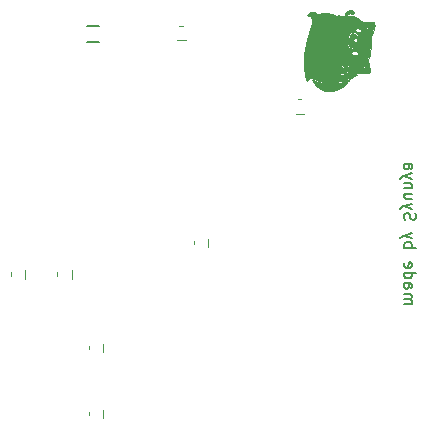
<source format=gbo>
G04 #@! TF.FileFunction,Legend,Bot*
%FSLAX46Y46*%
G04 Gerber Fmt 4.6, Leading zero omitted, Abs format (unit mm)*
G04 Created by KiCad (PCBNEW 4.0.1-stable) date 2018/02/16 21:14:19*
%MOMM*%
G01*
G04 APERTURE LIST*
%ADD10C,0.100000*%
%ADD11C,0.200000*%
%ADD12C,0.120000*%
%ADD13C,0.150000*%
%ADD14C,0.010000*%
%ADD15R,2.100000X1.600000*%
%ADD16O,2.100000X1.600000*%
%ADD17C,1.797000*%
%ADD18R,2.432000X2.127200*%
%ADD19O,2.432000X2.127200*%
%ADD20C,2.400000*%
%ADD21C,3.900000*%
%ADD22C,1.924000*%
%ADD23R,1.150000X1.600000*%
%ADD24R,1.600000X1.150000*%
%ADD25R,1.600000X1.300000*%
%ADD26C,1.900000*%
G04 APERTURE END LIST*
D10*
D11*
X144835619Y-105266382D02*
X145502286Y-105266382D01*
X145407048Y-105266382D02*
X145454667Y-105218763D01*
X145502286Y-105123525D01*
X145502286Y-104980667D01*
X145454667Y-104885429D01*
X145359429Y-104837810D01*
X144835619Y-104837810D01*
X145359429Y-104837810D02*
X145454667Y-104790191D01*
X145502286Y-104694953D01*
X145502286Y-104552096D01*
X145454667Y-104456858D01*
X145359429Y-104409239D01*
X144835619Y-104409239D01*
X144835619Y-103504477D02*
X145359429Y-103504477D01*
X145454667Y-103552096D01*
X145502286Y-103647334D01*
X145502286Y-103837811D01*
X145454667Y-103933049D01*
X144883238Y-103504477D02*
X144835619Y-103599715D01*
X144835619Y-103837811D01*
X144883238Y-103933049D01*
X144978476Y-103980668D01*
X145073714Y-103980668D01*
X145168952Y-103933049D01*
X145216571Y-103837811D01*
X145216571Y-103599715D01*
X145264190Y-103504477D01*
X144835619Y-102599715D02*
X145835619Y-102599715D01*
X144883238Y-102599715D02*
X144835619Y-102694953D01*
X144835619Y-102885430D01*
X144883238Y-102980668D01*
X144930857Y-103028287D01*
X145026095Y-103075906D01*
X145311810Y-103075906D01*
X145407048Y-103028287D01*
X145454667Y-102980668D01*
X145502286Y-102885430D01*
X145502286Y-102694953D01*
X145454667Y-102599715D01*
X144883238Y-101742572D02*
X144835619Y-101837810D01*
X144835619Y-102028287D01*
X144883238Y-102123525D01*
X144978476Y-102171144D01*
X145359429Y-102171144D01*
X145454667Y-102123525D01*
X145502286Y-102028287D01*
X145502286Y-101837810D01*
X145454667Y-101742572D01*
X145359429Y-101694953D01*
X145264190Y-101694953D01*
X145168952Y-102171144D01*
X144835619Y-100504477D02*
X145835619Y-100504477D01*
X145454667Y-100504477D02*
X145502286Y-100409239D01*
X145502286Y-100218762D01*
X145454667Y-100123524D01*
X145407048Y-100075905D01*
X145311810Y-100028286D01*
X145026095Y-100028286D01*
X144930857Y-100075905D01*
X144883238Y-100123524D01*
X144835619Y-100218762D01*
X144835619Y-100409239D01*
X144883238Y-100504477D01*
X145502286Y-99694953D02*
X144835619Y-99456858D01*
X145502286Y-99218762D02*
X144835619Y-99456858D01*
X144597524Y-99552096D01*
X144549905Y-99599715D01*
X144502286Y-99694953D01*
X144883238Y-98123524D02*
X144835619Y-97980667D01*
X144835619Y-97742571D01*
X144883238Y-97647333D01*
X144930857Y-97599714D01*
X145026095Y-97552095D01*
X145121333Y-97552095D01*
X145216571Y-97599714D01*
X145264190Y-97647333D01*
X145311810Y-97742571D01*
X145359429Y-97933048D01*
X145407048Y-98028286D01*
X145454667Y-98075905D01*
X145549905Y-98123524D01*
X145645143Y-98123524D01*
X145740381Y-98075905D01*
X145788000Y-98028286D01*
X145835619Y-97933048D01*
X145835619Y-97694952D01*
X145788000Y-97552095D01*
X145502286Y-97218762D02*
X144835619Y-96980667D01*
X145502286Y-96742571D02*
X144835619Y-96980667D01*
X144597524Y-97075905D01*
X144549905Y-97123524D01*
X144502286Y-97218762D01*
X145502286Y-95933047D02*
X144835619Y-95933047D01*
X145502286Y-96361619D02*
X144978476Y-96361619D01*
X144883238Y-96314000D01*
X144835619Y-96218762D01*
X144835619Y-96075904D01*
X144883238Y-95980666D01*
X144930857Y-95933047D01*
X145502286Y-95456857D02*
X144835619Y-95456857D01*
X145407048Y-95456857D02*
X145454667Y-95409238D01*
X145502286Y-95314000D01*
X145502286Y-95171142D01*
X145454667Y-95075904D01*
X145359429Y-95028285D01*
X144835619Y-95028285D01*
X145502286Y-94647333D02*
X144835619Y-94409238D01*
X145502286Y-94171142D02*
X144835619Y-94409238D01*
X144597524Y-94504476D01*
X144549905Y-94552095D01*
X144502286Y-94647333D01*
X144835619Y-93361618D02*
X145359429Y-93361618D01*
X145454667Y-93409237D01*
X145502286Y-93504475D01*
X145502286Y-93694952D01*
X145454667Y-93790190D01*
X144883238Y-93361618D02*
X144835619Y-93456856D01*
X144835619Y-93694952D01*
X144883238Y-93790190D01*
X144978476Y-93837809D01*
X145073714Y-93837809D01*
X145168952Y-93790190D01*
X145216571Y-93694952D01*
X145216571Y-93456856D01*
X145264190Y-93361618D01*
D12*
X111541000Y-102393000D02*
X111541000Y-103093000D01*
X112741000Y-103093000D02*
X112741000Y-102393000D01*
X119345000Y-109316000D02*
X119345000Y-108616000D01*
X118145000Y-108616000D02*
X118145000Y-109316000D01*
X118145000Y-114204000D02*
X118145000Y-114904000D01*
X119345000Y-114904000D02*
X119345000Y-114204000D01*
X115478000Y-102393000D02*
X115478000Y-103093000D01*
X116678000Y-103093000D02*
X116678000Y-102393000D01*
X128235000Y-100426000D02*
X128235000Y-99726000D01*
X127035000Y-99726000D02*
X127035000Y-100426000D01*
X135667000Y-89119000D02*
X136367000Y-89119000D01*
X136367000Y-87919000D02*
X135667000Y-87919000D01*
X125634000Y-82896000D02*
X126334000Y-82896000D01*
X126334000Y-81696000D02*
X125634000Y-81696000D01*
D13*
X118991000Y-81748000D02*
X117991000Y-81748000D01*
X117991000Y-83098000D02*
X118991000Y-83098000D01*
D14*
G36*
X142324369Y-81529044D02*
X142301840Y-81453044D01*
X142248165Y-81398846D01*
X142153757Y-81363281D01*
X142009029Y-81343180D01*
X141804396Y-81335374D01*
X141737147Y-81334963D01*
X141343151Y-81334428D01*
X141082180Y-81159880D01*
X140779496Y-80987541D01*
X140472036Y-80877118D01*
X140139686Y-80822498D01*
X139944183Y-80814066D01*
X139670683Y-80823240D01*
X139455674Y-80856344D01*
X139391795Y-80873956D01*
X139274925Y-80904416D01*
X139199879Y-80911049D01*
X139180691Y-80901360D01*
X139143688Y-80873079D01*
X139054867Y-80827634D01*
X138930482Y-80773023D01*
X138872039Y-80749471D01*
X138703984Y-80688277D01*
X138563949Y-80652343D01*
X138417514Y-80635072D01*
X138248571Y-80630005D01*
X138060277Y-80632542D01*
X137861127Y-80641850D01*
X137689567Y-80656031D01*
X137666080Y-80658769D01*
X137532375Y-80674056D01*
X137451038Y-80676039D01*
X137402447Y-80660568D01*
X137366979Y-80623492D01*
X137344947Y-80590850D01*
X137298880Y-80531674D01*
X137246208Y-80505472D01*
X137160756Y-80503481D01*
X137099387Y-80508651D01*
X136886230Y-80564588D01*
X136770248Y-80630847D01*
X136657492Y-80718914D01*
X136610177Y-80779307D01*
X136627664Y-80814355D01*
X136709313Y-80826387D01*
X136716599Y-80826428D01*
X136854702Y-80859698D01*
X136963391Y-80953196D01*
X137033486Y-81097460D01*
X137048933Y-81169057D01*
X137055433Y-81220323D01*
X137057370Y-81271587D01*
X137052718Y-81331240D01*
X137039453Y-81407673D01*
X137015551Y-81509276D01*
X136978987Y-81644441D01*
X136927737Y-81821558D01*
X136859775Y-82049018D01*
X136773079Y-82335212D01*
X136746392Y-82423000D01*
X136628948Y-82842221D01*
X136525029Y-83277915D01*
X136440596Y-83702828D01*
X136381613Y-84089702D01*
X136381429Y-84091191D01*
X136362837Y-84302660D01*
X136352104Y-84555446D01*
X136349194Y-84826166D01*
X136354072Y-85091434D01*
X136366702Y-85327865D01*
X136383570Y-85489143D01*
X136406937Y-85628279D01*
X136439630Y-85791729D01*
X136477670Y-85962927D01*
X136517077Y-86125306D01*
X136553873Y-86262302D01*
X136584076Y-86357348D01*
X136600344Y-86391531D01*
X136631279Y-86382117D01*
X136677613Y-86321924D01*
X136700200Y-86281494D01*
X136765490Y-86181415D01*
X136839209Y-86106410D01*
X136858585Y-86093813D01*
X136909149Y-86074249D01*
X136966209Y-86075164D01*
X137047322Y-86100600D01*
X137170046Y-86154604D01*
X137215659Y-86176059D01*
X137645748Y-86340277D01*
X138104452Y-86440676D01*
X138583596Y-86475993D01*
X139007980Y-86453103D01*
X139502987Y-86371685D01*
X139591102Y-86347263D01*
X139591102Y-85833857D01*
X139457480Y-85818799D01*
X139324152Y-85778858D01*
X139203091Y-85721887D01*
X139106269Y-85655736D01*
X139045656Y-85588259D01*
X139033226Y-85527306D01*
X139065256Y-85488984D01*
X139107103Y-85496347D01*
X139122550Y-85520479D01*
X139175758Y-85578470D01*
X139278428Y-85636916D01*
X139408098Y-85686613D01*
X139542304Y-85718355D01*
X139621667Y-85725000D01*
X139807670Y-85691782D01*
X139902107Y-85642700D01*
X140004782Y-85541947D01*
X140061803Y-85420242D01*
X140075132Y-85293360D01*
X140046732Y-85177077D01*
X139978568Y-85087168D01*
X139872602Y-85039410D01*
X139826549Y-85035571D01*
X139748518Y-85049220D01*
X139695571Y-85080730D01*
X139683852Y-85115947D01*
X139711718Y-85136239D01*
X139749960Y-85175016D01*
X139746622Y-85226462D01*
X139704601Y-85253253D01*
X139702633Y-85253286D01*
X139643484Y-85224635D01*
X139575727Y-85156103D01*
X139520909Y-85073818D01*
X139500428Y-85008092D01*
X139510911Y-84973721D01*
X139552768Y-84997553D01*
X139553298Y-84997992D01*
X139607555Y-85021580D01*
X139674253Y-84993882D01*
X139688372Y-84984292D01*
X139813117Y-84935121D01*
X139939987Y-84948434D01*
X140053739Y-85016249D01*
X140139132Y-85130587D01*
X140174826Y-85238971D01*
X140177006Y-85422477D01*
X140116316Y-85581567D01*
X140000565Y-85708280D01*
X139837565Y-85794656D01*
X139635124Y-85832737D01*
X139591102Y-85833857D01*
X139591102Y-86347263D01*
X139964368Y-86243805D01*
X140381386Y-86072880D01*
X140628078Y-85937548D01*
X140806914Y-85827509D01*
X140725171Y-85761235D01*
X140669836Y-85706410D01*
X140673089Y-85676305D01*
X140694037Y-85674116D01*
X140694037Y-84202526D01*
X140574258Y-84187121D01*
X140504971Y-84159282D01*
X140404105Y-84082797D01*
X140373489Y-83998585D01*
X140414193Y-83910327D01*
X140428306Y-83895163D01*
X140451305Y-83883684D01*
X140451305Y-83619697D01*
X140281562Y-83605089D01*
X140193851Y-83569791D01*
X140083485Y-83470602D01*
X140022480Y-83333667D01*
X140013751Y-83177006D01*
X140060212Y-83018635D01*
X140094995Y-82958707D01*
X140151771Y-82850583D01*
X140149979Y-82781287D01*
X140129066Y-82713789D01*
X140118229Y-82611768D01*
X140117841Y-82591728D01*
X140130894Y-82484898D01*
X140181158Y-82394123D01*
X140240657Y-82328657D01*
X140348827Y-82240446D01*
X140452834Y-82209705D01*
X140577047Y-82232151D01*
X140644247Y-82257717D01*
X140748116Y-82314624D01*
X140847075Y-82390375D01*
X140921516Y-82467604D01*
X140943051Y-82511171D01*
X140943051Y-82241571D01*
X140809295Y-82221115D01*
X140714756Y-82167964D01*
X140667144Y-82094447D01*
X140674169Y-82012892D01*
X140743544Y-81935628D01*
X140749284Y-81931772D01*
X140850747Y-81899224D01*
X140968876Y-81908461D01*
X141081906Y-81951007D01*
X141168071Y-82018384D01*
X141205606Y-82102116D01*
X141205857Y-82109594D01*
X141173377Y-82166458D01*
X141091116Y-82213600D01*
X140981848Y-82239587D01*
X140943051Y-82241571D01*
X140943051Y-82511171D01*
X140951834Y-82528940D01*
X140951857Y-82530208D01*
X140928411Y-82565688D01*
X140871562Y-82556942D01*
X140801546Y-82508625D01*
X140785209Y-82491856D01*
X140687915Y-82408871D01*
X140573074Y-82344067D01*
X140471710Y-82314511D01*
X140462152Y-82314143D01*
X140374637Y-82346369D01*
X140294930Y-82428050D01*
X140240290Y-82536686D01*
X140226143Y-82621820D01*
X140236785Y-82716491D01*
X140279034Y-82767842D01*
X140319219Y-82786755D01*
X140461681Y-82819703D01*
X140574860Y-82803701D01*
X140626739Y-82765963D01*
X140698470Y-82724290D01*
X140749110Y-82720606D01*
X140802598Y-82745425D01*
X140829282Y-82812681D01*
X140836270Y-82870032D01*
X140832700Y-82974656D01*
X140809200Y-83053546D01*
X140803159Y-83062283D01*
X140729419Y-83103869D01*
X140645266Y-83089863D01*
X140578478Y-83026383D01*
X140570857Y-83011129D01*
X140503350Y-82932430D01*
X140405731Y-82902293D01*
X140299451Y-82918213D01*
X140205962Y-82977688D01*
X140152843Y-83059916D01*
X140123466Y-83215550D01*
X140153490Y-83346612D01*
X140231655Y-83445097D01*
X140346708Y-83502997D01*
X140487389Y-83512306D01*
X140642445Y-83465017D01*
X140687469Y-83440198D01*
X140772241Y-83401218D01*
X140821061Y-83401173D01*
X140822355Y-83434514D01*
X140778644Y-83483916D01*
X140624481Y-83578207D01*
X140451305Y-83619697D01*
X140451305Y-83883684D01*
X140510836Y-83853970D01*
X140628712Y-83839364D01*
X140749100Y-83853066D01*
X140808268Y-83875260D01*
X140882375Y-83937861D01*
X140917632Y-83987136D01*
X140931091Y-84069590D01*
X140887968Y-84137288D01*
X140803779Y-84183757D01*
X140694037Y-84202526D01*
X140694037Y-85674116D01*
X140738435Y-85669474D01*
X140869380Y-85684473D01*
X140899663Y-85689293D01*
X141094308Y-85712120D01*
X141307317Y-85722504D01*
X141460164Y-85721037D01*
X141460164Y-85253286D01*
X141414057Y-85225931D01*
X141382603Y-85186700D01*
X141315896Y-85136645D01*
X141250560Y-85137407D01*
X141186571Y-85135535D01*
X141175024Y-85105075D01*
X141210687Y-85061494D01*
X141288332Y-85020256D01*
X141290424Y-85019509D01*
X141371181Y-85004384D01*
X141426701Y-85038725D01*
X141440520Y-85055795D01*
X141481904Y-85134450D01*
X141493810Y-85207557D01*
X141473755Y-85250167D01*
X141460164Y-85253286D01*
X141460164Y-85721037D01*
X141514853Y-85720512D01*
X141693077Y-85706210D01*
X141729377Y-85699333D01*
X141729377Y-81940929D01*
X141686343Y-81934319D01*
X141641285Y-81896857D01*
X141587216Y-81829146D01*
X141569024Y-81767842D01*
X141591866Y-81734853D01*
X141602858Y-81733571D01*
X141651982Y-81759954D01*
X141659511Y-81769990D01*
X141707582Y-81789839D01*
X141770509Y-81784199D01*
X141841125Y-81780271D01*
X141853345Y-81813852D01*
X141806200Y-81878082D01*
X141786428Y-81896857D01*
X141729377Y-81940929D01*
X141729377Y-85699333D01*
X141795500Y-85686806D01*
X141885547Y-85653994D01*
X141924078Y-85609173D01*
X141931571Y-85541882D01*
X141925112Y-85443529D01*
X141908001Y-85304796D01*
X141883642Y-85145409D01*
X141855437Y-84985094D01*
X141826787Y-84843577D01*
X141801097Y-84740584D01*
X141786709Y-84702000D01*
X141774802Y-84614384D01*
X141804950Y-84514119D01*
X141904406Y-84220416D01*
X141980613Y-83882113D01*
X142029967Y-83524474D01*
X142048869Y-83172758D01*
X142037166Y-82885240D01*
X142025018Y-82739500D01*
X142026219Y-82637679D01*
X142045875Y-82551596D01*
X142089090Y-82453070D01*
X142129852Y-82373569D01*
X142204753Y-82198715D01*
X142266606Y-81996163D01*
X142309482Y-81791643D01*
X142327457Y-81610887D01*
X142324369Y-81529044D01*
X142324369Y-81529044D01*
G37*
X142324369Y-81529044D02*
X142301840Y-81453044D01*
X142248165Y-81398846D01*
X142153757Y-81363281D01*
X142009029Y-81343180D01*
X141804396Y-81335374D01*
X141737147Y-81334963D01*
X141343151Y-81334428D01*
X141082180Y-81159880D01*
X140779496Y-80987541D01*
X140472036Y-80877118D01*
X140139686Y-80822498D01*
X139944183Y-80814066D01*
X139670683Y-80823240D01*
X139455674Y-80856344D01*
X139391795Y-80873956D01*
X139274925Y-80904416D01*
X139199879Y-80911049D01*
X139180691Y-80901360D01*
X139143688Y-80873079D01*
X139054867Y-80827634D01*
X138930482Y-80773023D01*
X138872039Y-80749471D01*
X138703984Y-80688277D01*
X138563949Y-80652343D01*
X138417514Y-80635072D01*
X138248571Y-80630005D01*
X138060277Y-80632542D01*
X137861127Y-80641850D01*
X137689567Y-80656031D01*
X137666080Y-80658769D01*
X137532375Y-80674056D01*
X137451038Y-80676039D01*
X137402447Y-80660568D01*
X137366979Y-80623492D01*
X137344947Y-80590850D01*
X137298880Y-80531674D01*
X137246208Y-80505472D01*
X137160756Y-80503481D01*
X137099387Y-80508651D01*
X136886230Y-80564588D01*
X136770248Y-80630847D01*
X136657492Y-80718914D01*
X136610177Y-80779307D01*
X136627664Y-80814355D01*
X136709313Y-80826387D01*
X136716599Y-80826428D01*
X136854702Y-80859698D01*
X136963391Y-80953196D01*
X137033486Y-81097460D01*
X137048933Y-81169057D01*
X137055433Y-81220323D01*
X137057370Y-81271587D01*
X137052718Y-81331240D01*
X137039453Y-81407673D01*
X137015551Y-81509276D01*
X136978987Y-81644441D01*
X136927737Y-81821558D01*
X136859775Y-82049018D01*
X136773079Y-82335212D01*
X136746392Y-82423000D01*
X136628948Y-82842221D01*
X136525029Y-83277915D01*
X136440596Y-83702828D01*
X136381613Y-84089702D01*
X136381429Y-84091191D01*
X136362837Y-84302660D01*
X136352104Y-84555446D01*
X136349194Y-84826166D01*
X136354072Y-85091434D01*
X136366702Y-85327865D01*
X136383570Y-85489143D01*
X136406937Y-85628279D01*
X136439630Y-85791729D01*
X136477670Y-85962927D01*
X136517077Y-86125306D01*
X136553873Y-86262302D01*
X136584076Y-86357348D01*
X136600344Y-86391531D01*
X136631279Y-86382117D01*
X136677613Y-86321924D01*
X136700200Y-86281494D01*
X136765490Y-86181415D01*
X136839209Y-86106410D01*
X136858585Y-86093813D01*
X136909149Y-86074249D01*
X136966209Y-86075164D01*
X137047322Y-86100600D01*
X137170046Y-86154604D01*
X137215659Y-86176059D01*
X137645748Y-86340277D01*
X138104452Y-86440676D01*
X138583596Y-86475993D01*
X139007980Y-86453103D01*
X139502987Y-86371685D01*
X139591102Y-86347263D01*
X139591102Y-85833857D01*
X139457480Y-85818799D01*
X139324152Y-85778858D01*
X139203091Y-85721887D01*
X139106269Y-85655736D01*
X139045656Y-85588259D01*
X139033226Y-85527306D01*
X139065256Y-85488984D01*
X139107103Y-85496347D01*
X139122550Y-85520479D01*
X139175758Y-85578470D01*
X139278428Y-85636916D01*
X139408098Y-85686613D01*
X139542304Y-85718355D01*
X139621667Y-85725000D01*
X139807670Y-85691782D01*
X139902107Y-85642700D01*
X140004782Y-85541947D01*
X140061803Y-85420242D01*
X140075132Y-85293360D01*
X140046732Y-85177077D01*
X139978568Y-85087168D01*
X139872602Y-85039410D01*
X139826549Y-85035571D01*
X139748518Y-85049220D01*
X139695571Y-85080730D01*
X139683852Y-85115947D01*
X139711718Y-85136239D01*
X139749960Y-85175016D01*
X139746622Y-85226462D01*
X139704601Y-85253253D01*
X139702633Y-85253286D01*
X139643484Y-85224635D01*
X139575727Y-85156103D01*
X139520909Y-85073818D01*
X139500428Y-85008092D01*
X139510911Y-84973721D01*
X139552768Y-84997553D01*
X139553298Y-84997992D01*
X139607555Y-85021580D01*
X139674253Y-84993882D01*
X139688372Y-84984292D01*
X139813117Y-84935121D01*
X139939987Y-84948434D01*
X140053739Y-85016249D01*
X140139132Y-85130587D01*
X140174826Y-85238971D01*
X140177006Y-85422477D01*
X140116316Y-85581567D01*
X140000565Y-85708280D01*
X139837565Y-85794656D01*
X139635124Y-85832737D01*
X139591102Y-85833857D01*
X139591102Y-86347263D01*
X139964368Y-86243805D01*
X140381386Y-86072880D01*
X140628078Y-85937548D01*
X140806914Y-85827509D01*
X140725171Y-85761235D01*
X140669836Y-85706410D01*
X140673089Y-85676305D01*
X140694037Y-85674116D01*
X140694037Y-84202526D01*
X140574258Y-84187121D01*
X140504971Y-84159282D01*
X140404105Y-84082797D01*
X140373489Y-83998585D01*
X140414193Y-83910327D01*
X140428306Y-83895163D01*
X140451305Y-83883684D01*
X140451305Y-83619697D01*
X140281562Y-83605089D01*
X140193851Y-83569791D01*
X140083485Y-83470602D01*
X140022480Y-83333667D01*
X140013751Y-83177006D01*
X140060212Y-83018635D01*
X140094995Y-82958707D01*
X140151771Y-82850583D01*
X140149979Y-82781287D01*
X140129066Y-82713789D01*
X140118229Y-82611768D01*
X140117841Y-82591728D01*
X140130894Y-82484898D01*
X140181158Y-82394123D01*
X140240657Y-82328657D01*
X140348827Y-82240446D01*
X140452834Y-82209705D01*
X140577047Y-82232151D01*
X140644247Y-82257717D01*
X140748116Y-82314624D01*
X140847075Y-82390375D01*
X140921516Y-82467604D01*
X140943051Y-82511171D01*
X140943051Y-82241571D01*
X140809295Y-82221115D01*
X140714756Y-82167964D01*
X140667144Y-82094447D01*
X140674169Y-82012892D01*
X140743544Y-81935628D01*
X140749284Y-81931772D01*
X140850747Y-81899224D01*
X140968876Y-81908461D01*
X141081906Y-81951007D01*
X141168071Y-82018384D01*
X141205606Y-82102116D01*
X141205857Y-82109594D01*
X141173377Y-82166458D01*
X141091116Y-82213600D01*
X140981848Y-82239587D01*
X140943051Y-82241571D01*
X140943051Y-82511171D01*
X140951834Y-82528940D01*
X140951857Y-82530208D01*
X140928411Y-82565688D01*
X140871562Y-82556942D01*
X140801546Y-82508625D01*
X140785209Y-82491856D01*
X140687915Y-82408871D01*
X140573074Y-82344067D01*
X140471710Y-82314511D01*
X140462152Y-82314143D01*
X140374637Y-82346369D01*
X140294930Y-82428050D01*
X140240290Y-82536686D01*
X140226143Y-82621820D01*
X140236785Y-82716491D01*
X140279034Y-82767842D01*
X140319219Y-82786755D01*
X140461681Y-82819703D01*
X140574860Y-82803701D01*
X140626739Y-82765963D01*
X140698470Y-82724290D01*
X140749110Y-82720606D01*
X140802598Y-82745425D01*
X140829282Y-82812681D01*
X140836270Y-82870032D01*
X140832700Y-82974656D01*
X140809200Y-83053546D01*
X140803159Y-83062283D01*
X140729419Y-83103869D01*
X140645266Y-83089863D01*
X140578478Y-83026383D01*
X140570857Y-83011129D01*
X140503350Y-82932430D01*
X140405731Y-82902293D01*
X140299451Y-82918213D01*
X140205962Y-82977688D01*
X140152843Y-83059916D01*
X140123466Y-83215550D01*
X140153490Y-83346612D01*
X140231655Y-83445097D01*
X140346708Y-83502997D01*
X140487389Y-83512306D01*
X140642445Y-83465017D01*
X140687469Y-83440198D01*
X140772241Y-83401218D01*
X140821061Y-83401173D01*
X140822355Y-83434514D01*
X140778644Y-83483916D01*
X140624481Y-83578207D01*
X140451305Y-83619697D01*
X140451305Y-83883684D01*
X140510836Y-83853970D01*
X140628712Y-83839364D01*
X140749100Y-83853066D01*
X140808268Y-83875260D01*
X140882375Y-83937861D01*
X140917632Y-83987136D01*
X140931091Y-84069590D01*
X140887968Y-84137288D01*
X140803779Y-84183757D01*
X140694037Y-84202526D01*
X140694037Y-85674116D01*
X140738435Y-85669474D01*
X140869380Y-85684473D01*
X140899663Y-85689293D01*
X141094308Y-85712120D01*
X141307317Y-85722504D01*
X141460164Y-85721037D01*
X141460164Y-85253286D01*
X141414057Y-85225931D01*
X141382603Y-85186700D01*
X141315896Y-85136645D01*
X141250560Y-85137407D01*
X141186571Y-85135535D01*
X141175024Y-85105075D01*
X141210687Y-85061494D01*
X141288332Y-85020256D01*
X141290424Y-85019509D01*
X141371181Y-85004384D01*
X141426701Y-85038725D01*
X141440520Y-85055795D01*
X141481904Y-85134450D01*
X141493810Y-85207557D01*
X141473755Y-85250167D01*
X141460164Y-85253286D01*
X141460164Y-85721037D01*
X141514853Y-85720512D01*
X141693077Y-85706210D01*
X141729377Y-85699333D01*
X141729377Y-81940929D01*
X141686343Y-81934319D01*
X141641285Y-81896857D01*
X141587216Y-81829146D01*
X141569024Y-81767842D01*
X141591866Y-81734853D01*
X141602858Y-81733571D01*
X141651982Y-81759954D01*
X141659511Y-81769990D01*
X141707582Y-81789839D01*
X141770509Y-81784199D01*
X141841125Y-81780271D01*
X141853345Y-81813852D01*
X141806200Y-81878082D01*
X141786428Y-81896857D01*
X141729377Y-81940929D01*
X141729377Y-85699333D01*
X141795500Y-85686806D01*
X141885547Y-85653994D01*
X141924078Y-85609173D01*
X141931571Y-85541882D01*
X141925112Y-85443529D01*
X141908001Y-85304796D01*
X141883642Y-85145409D01*
X141855437Y-84985094D01*
X141826787Y-84843577D01*
X141801097Y-84740584D01*
X141786709Y-84702000D01*
X141774802Y-84614384D01*
X141804950Y-84514119D01*
X141904406Y-84220416D01*
X141980613Y-83882113D01*
X142029967Y-83524474D01*
X142048869Y-83172758D01*
X142037166Y-82885240D01*
X142025018Y-82739500D01*
X142026219Y-82637679D01*
X142045875Y-82551596D01*
X142089090Y-82453070D01*
X142129852Y-82373569D01*
X142204753Y-82198715D01*
X142266606Y-81996163D01*
X142309482Y-81791643D01*
X142327457Y-81610887D01*
X142324369Y-81529044D01*
G36*
X140140299Y-86322591D02*
X140049386Y-86344009D01*
X139925600Y-86380248D01*
X139895335Y-86389904D01*
X139649132Y-86463201D01*
X139419584Y-86515648D01*
X139185774Y-86550130D01*
X138926785Y-86569530D01*
X138621701Y-86576733D01*
X138538857Y-86576968D01*
X138240996Y-86572433D01*
X137998125Y-86556864D01*
X137793085Y-86527040D01*
X137608716Y-86479739D01*
X137427858Y-86411742D01*
X137271965Y-86339186D01*
X137161513Y-86286910D01*
X137079983Y-86252953D01*
X137045513Y-86244677D01*
X137056754Y-86279139D01*
X137097518Y-86358491D01*
X137159133Y-86465917D01*
X137162500Y-86471547D01*
X137366450Y-86757220D01*
X137596660Y-86975840D01*
X137855250Y-87128790D01*
X138144336Y-87217457D01*
X138339286Y-87240723D01*
X138706367Y-87225748D01*
X139066627Y-87141688D01*
X139411413Y-86992008D01*
X139732072Y-86780171D01*
X139930687Y-86603620D01*
X140039282Y-86492320D01*
X140123156Y-86400415D01*
X140172322Y-86339231D01*
X140180451Y-86320356D01*
X140140299Y-86322591D01*
X140140299Y-86322591D01*
G37*
X140140299Y-86322591D02*
X140049386Y-86344009D01*
X139925600Y-86380248D01*
X139895335Y-86389904D01*
X139649132Y-86463201D01*
X139419584Y-86515648D01*
X139185774Y-86550130D01*
X138926785Y-86569530D01*
X138621701Y-86576733D01*
X138538857Y-86576968D01*
X138240996Y-86572433D01*
X137998125Y-86556864D01*
X137793085Y-86527040D01*
X137608716Y-86479739D01*
X137427858Y-86411742D01*
X137271965Y-86339186D01*
X137161513Y-86286910D01*
X137079983Y-86252953D01*
X137045513Y-86244677D01*
X137056754Y-86279139D01*
X137097518Y-86358491D01*
X137159133Y-86465917D01*
X137162500Y-86471547D01*
X137366450Y-86757220D01*
X137596660Y-86975840D01*
X137855250Y-87128790D01*
X138144336Y-87217457D01*
X138339286Y-87240723D01*
X138706367Y-87225748D01*
X139066627Y-87141688D01*
X139411413Y-86992008D01*
X139732072Y-86780171D01*
X139930687Y-86603620D01*
X140039282Y-86492320D01*
X140123156Y-86400415D01*
X140172322Y-86339231D01*
X140180451Y-86320356D01*
X140140299Y-86322591D01*
G36*
X139264571Y-80790143D02*
X139246428Y-80808286D01*
X139264571Y-80826428D01*
X139282714Y-80808286D01*
X139264571Y-80790143D01*
X139264571Y-80790143D01*
G37*
X139264571Y-80790143D02*
X139246428Y-80808286D01*
X139264571Y-80826428D01*
X139282714Y-80808286D01*
X139264571Y-80790143D01*
G36*
X140571358Y-80490480D02*
X140502642Y-80408761D01*
X140497716Y-80405433D01*
X140376923Y-80365390D01*
X140228406Y-80371272D01*
X140074745Y-80416691D01*
X139938519Y-80495261D01*
X139849695Y-80588717D01*
X139789041Y-80681286D01*
X139986925Y-80681286D01*
X140102005Y-80678125D01*
X140163344Y-80663779D01*
X140189669Y-80630948D01*
X140196405Y-80599643D01*
X140231220Y-80531998D01*
X140307786Y-80506518D01*
X140385847Y-80511777D01*
X140404540Y-80540348D01*
X140359112Y-80574777D01*
X140329033Y-80584503D01*
X140275535Y-80607935D01*
X140285459Y-80646383D01*
X140297190Y-80661306D01*
X140377618Y-80709268D01*
X140476221Y-80710648D01*
X140545457Y-80674028D01*
X140587194Y-80587700D01*
X140571358Y-80490480D01*
X140571358Y-80490480D01*
G37*
X140571358Y-80490480D02*
X140502642Y-80408761D01*
X140497716Y-80405433D01*
X140376923Y-80365390D01*
X140228406Y-80371272D01*
X140074745Y-80416691D01*
X139938519Y-80495261D01*
X139849695Y-80588717D01*
X139789041Y-80681286D01*
X139986925Y-80681286D01*
X140102005Y-80678125D01*
X140163344Y-80663779D01*
X140189669Y-80630948D01*
X140196405Y-80599643D01*
X140231220Y-80531998D01*
X140307786Y-80506518D01*
X140385847Y-80511777D01*
X140404540Y-80540348D01*
X140359112Y-80574777D01*
X140329033Y-80584503D01*
X140275535Y-80607935D01*
X140285459Y-80646383D01*
X140297190Y-80661306D01*
X140377618Y-80709268D01*
X140476221Y-80710648D01*
X140545457Y-80674028D01*
X140587194Y-80587700D01*
X140571358Y-80490480D01*
%LPC*%
G36*
X137919789Y-105521857D02*
X137900038Y-105451139D01*
X137866193Y-105399742D01*
X137817466Y-105366278D01*
X137779125Y-105353856D01*
X137758137Y-105350484D01*
X137747880Y-105356652D01*
X137744514Y-105378177D01*
X137744200Y-105406747D01*
X137746261Y-105445684D01*
X137754494Y-105467369D01*
X137771980Y-105479760D01*
X137772550Y-105480014D01*
X137805238Y-105505141D01*
X137824264Y-105546965D01*
X137830531Y-105607977D01*
X137829717Y-105637426D01*
X137826031Y-105683382D01*
X137818807Y-105712762D01*
X137804463Y-105734390D01*
X137782051Y-105754901D01*
X137737931Y-105782532D01*
X137690384Y-105790994D01*
X137688739Y-105791000D01*
X137643673Y-105781102D01*
X137601027Y-105750513D01*
X137559606Y-105697895D01*
X137518216Y-105621908D01*
X137498334Y-105577505D01*
X137452959Y-105483253D01*
X137406017Y-105412464D01*
X137355391Y-105363207D01*
X137298966Y-105333551D01*
X137234626Y-105321563D01*
X137217420Y-105321100D01*
X137140151Y-105332868D01*
X137071653Y-105366011D01*
X137016249Y-105417289D01*
X136978265Y-105483460D01*
X136970874Y-105505871D01*
X136961711Y-105559512D01*
X136958313Y-105626434D01*
X136960446Y-105696627D01*
X136967878Y-105760084D01*
X136977729Y-105799979D01*
X137007767Y-105854787D01*
X137052623Y-105900760D01*
X137104963Y-105931192D01*
X137128571Y-105937949D01*
X137160014Y-105941933D01*
X137179029Y-105940787D01*
X137180362Y-105939972D01*
X137185581Y-105924334D01*
X137190706Y-105893202D01*
X137191997Y-105881659D01*
X137193897Y-105848360D01*
X137186571Y-105831172D01*
X137163730Y-105820977D01*
X137146912Y-105816296D01*
X137102586Y-105794866D01*
X137073133Y-105757130D01*
X137057285Y-105700760D01*
X137053565Y-105644950D01*
X137061665Y-105568578D01*
X137086727Y-105510187D01*
X137128084Y-105470574D01*
X137185072Y-105450534D01*
X137218195Y-105448100D01*
X137256901Y-105455503D01*
X137292865Y-105479196D01*
X137327990Y-105521410D01*
X137364181Y-105584375D01*
X137398886Y-105659809D01*
X137445740Y-105755609D01*
X137494663Y-105827448D01*
X137546872Y-105876752D01*
X137603583Y-105904946D01*
X137609580Y-105906668D01*
X137688221Y-105916286D01*
X137761839Y-105903343D01*
X137826335Y-105869596D01*
X137877609Y-105816801D01*
X137897208Y-105783395D01*
X137912743Y-105745551D01*
X137921722Y-105705907D01*
X137925660Y-105655592D01*
X137926234Y-105613287D01*
X137919789Y-105521857D01*
X137919789Y-105521857D01*
G37*
X137919789Y-105521857D02*
X137900038Y-105451139D01*
X137866193Y-105399742D01*
X137817466Y-105366278D01*
X137779125Y-105353856D01*
X137758137Y-105350484D01*
X137747880Y-105356652D01*
X137744514Y-105378177D01*
X137744200Y-105406747D01*
X137746261Y-105445684D01*
X137754494Y-105467369D01*
X137771980Y-105479760D01*
X137772550Y-105480014D01*
X137805238Y-105505141D01*
X137824264Y-105546965D01*
X137830531Y-105607977D01*
X137829717Y-105637426D01*
X137826031Y-105683382D01*
X137818807Y-105712762D01*
X137804463Y-105734390D01*
X137782051Y-105754901D01*
X137737931Y-105782532D01*
X137690384Y-105790994D01*
X137688739Y-105791000D01*
X137643673Y-105781102D01*
X137601027Y-105750513D01*
X137559606Y-105697895D01*
X137518216Y-105621908D01*
X137498334Y-105577505D01*
X137452959Y-105483253D01*
X137406017Y-105412464D01*
X137355391Y-105363207D01*
X137298966Y-105333551D01*
X137234626Y-105321563D01*
X137217420Y-105321100D01*
X137140151Y-105332868D01*
X137071653Y-105366011D01*
X137016249Y-105417289D01*
X136978265Y-105483460D01*
X136970874Y-105505871D01*
X136961711Y-105559512D01*
X136958313Y-105626434D01*
X136960446Y-105696627D01*
X136967878Y-105760084D01*
X136977729Y-105799979D01*
X137007767Y-105854787D01*
X137052623Y-105900760D01*
X137104963Y-105931192D01*
X137128571Y-105937949D01*
X137160014Y-105941933D01*
X137179029Y-105940787D01*
X137180362Y-105939972D01*
X137185581Y-105924334D01*
X137190706Y-105893202D01*
X137191997Y-105881659D01*
X137193897Y-105848360D01*
X137186571Y-105831172D01*
X137163730Y-105820977D01*
X137146912Y-105816296D01*
X137102586Y-105794866D01*
X137073133Y-105757130D01*
X137057285Y-105700760D01*
X137053565Y-105644950D01*
X137061665Y-105568578D01*
X137086727Y-105510187D01*
X137128084Y-105470574D01*
X137185072Y-105450534D01*
X137218195Y-105448100D01*
X137256901Y-105455503D01*
X137292865Y-105479196D01*
X137327990Y-105521410D01*
X137364181Y-105584375D01*
X137398886Y-105659809D01*
X137445740Y-105755609D01*
X137494663Y-105827448D01*
X137546872Y-105876752D01*
X137603583Y-105904946D01*
X137609580Y-105906668D01*
X137688221Y-105916286D01*
X137761839Y-105903343D01*
X137826335Y-105869596D01*
X137877609Y-105816801D01*
X137897208Y-105783395D01*
X137912743Y-105745551D01*
X137921722Y-105705907D01*
X137925660Y-105655592D01*
X137926234Y-105613287D01*
X137919789Y-105521857D01*
G36*
X137899497Y-102741228D02*
X137898970Y-102736298D01*
X137893700Y-102691156D01*
X137568125Y-102693328D01*
X137447539Y-102694559D01*
X137349383Y-102696788D01*
X137270693Y-102700475D01*
X137208505Y-102706082D01*
X137159854Y-102714072D01*
X137121776Y-102724904D01*
X137091306Y-102739042D01*
X137065481Y-102756945D01*
X137045813Y-102774641D01*
X137011761Y-102815557D01*
X136984078Y-102862083D01*
X136976323Y-102880728D01*
X136962104Y-102947052D01*
X136957826Y-103025856D01*
X136963328Y-103106316D01*
X136978451Y-103177608D01*
X136980811Y-103184762D01*
X136999452Y-103228986D01*
X137021419Y-103267713D01*
X137033110Y-103282867D01*
X137052650Y-103301719D01*
X137074063Y-103316888D01*
X137100259Y-103328801D01*
X137134151Y-103337884D01*
X137178648Y-103344563D01*
X137236662Y-103349265D01*
X137311104Y-103352417D01*
X137404885Y-103354443D01*
X137520916Y-103355772D01*
X137531483Y-103355863D01*
X137896616Y-103358950D01*
X137896608Y-103299351D01*
X137896600Y-103239751D01*
X137537825Y-103235851D01*
X137423686Y-103234422D01*
X137332105Y-103232490D01*
X137260242Y-103229468D01*
X137205256Y-103224768D01*
X137164307Y-103217803D01*
X137134553Y-103207985D01*
X137113154Y-103194727D01*
X137097268Y-103177441D01*
X137084055Y-103155539D01*
X137076470Y-103140435D01*
X137058895Y-103085097D01*
X137052503Y-103020948D01*
X137057267Y-102957951D01*
X137073159Y-102906070D01*
X137077140Y-102898781D01*
X137092463Y-102875331D01*
X137109251Y-102856568D01*
X137130411Y-102841927D01*
X137158849Y-102830842D01*
X137197471Y-102822750D01*
X137249184Y-102817083D01*
X137316894Y-102813279D01*
X137403507Y-102810772D01*
X137511930Y-102808997D01*
X137540941Y-102808624D01*
X137632590Y-102807085D01*
X137715755Y-102804930D01*
X137787104Y-102802306D01*
X137843307Y-102799361D01*
X137881035Y-102796243D01*
X137896956Y-102793099D01*
X137897185Y-102792854D01*
X137900544Y-102773536D01*
X137899497Y-102741228D01*
X137899497Y-102741228D01*
G37*
X137899497Y-102741228D02*
X137898970Y-102736298D01*
X137893700Y-102691156D01*
X137568125Y-102693328D01*
X137447539Y-102694559D01*
X137349383Y-102696788D01*
X137270693Y-102700475D01*
X137208505Y-102706082D01*
X137159854Y-102714072D01*
X137121776Y-102724904D01*
X137091306Y-102739042D01*
X137065481Y-102756945D01*
X137045813Y-102774641D01*
X137011761Y-102815557D01*
X136984078Y-102862083D01*
X136976323Y-102880728D01*
X136962104Y-102947052D01*
X136957826Y-103025856D01*
X136963328Y-103106316D01*
X136978451Y-103177608D01*
X136980811Y-103184762D01*
X136999452Y-103228986D01*
X137021419Y-103267713D01*
X137033110Y-103282867D01*
X137052650Y-103301719D01*
X137074063Y-103316888D01*
X137100259Y-103328801D01*
X137134151Y-103337884D01*
X137178648Y-103344563D01*
X137236662Y-103349265D01*
X137311104Y-103352417D01*
X137404885Y-103354443D01*
X137520916Y-103355772D01*
X137531483Y-103355863D01*
X137896616Y-103358950D01*
X137896608Y-103299351D01*
X137896600Y-103239751D01*
X137537825Y-103235851D01*
X137423686Y-103234422D01*
X137332105Y-103232490D01*
X137260242Y-103229468D01*
X137205256Y-103224768D01*
X137164307Y-103217803D01*
X137134553Y-103207985D01*
X137113154Y-103194727D01*
X137097268Y-103177441D01*
X137084055Y-103155539D01*
X137076470Y-103140435D01*
X137058895Y-103085097D01*
X137052503Y-103020948D01*
X137057267Y-102957951D01*
X137073159Y-102906070D01*
X137077140Y-102898781D01*
X137092463Y-102875331D01*
X137109251Y-102856568D01*
X137130411Y-102841927D01*
X137158849Y-102830842D01*
X137197471Y-102822750D01*
X137249184Y-102817083D01*
X137316894Y-102813279D01*
X137403507Y-102810772D01*
X137511930Y-102808997D01*
X137540941Y-102808624D01*
X137632590Y-102807085D01*
X137715755Y-102804930D01*
X137787104Y-102802306D01*
X137843307Y-102799361D01*
X137881035Y-102796243D01*
X137896956Y-102793099D01*
X137897185Y-102792854D01*
X137900544Y-102773536D01*
X137899497Y-102741228D01*
G36*
X137912774Y-100258738D02*
X137880895Y-100176733D01*
X137827906Y-100107308D01*
X137788425Y-100072989D01*
X137723396Y-100031486D01*
X137651807Y-100002916D01*
X137567304Y-99985273D01*
X137486621Y-99977705D01*
X137359800Y-99979375D01*
X137247565Y-99999526D01*
X137151031Y-100037664D01*
X137071315Y-100093296D01*
X137009534Y-100165928D01*
X136991632Y-100196650D01*
X136970956Y-100255282D01*
X136960183Y-100326858D01*
X136959605Y-100401632D01*
X136969511Y-100469857D01*
X136982342Y-100507439D01*
X137029806Y-100589303D01*
X137088335Y-100652880D01*
X137160300Y-100699429D01*
X137248073Y-100730213D01*
X137354026Y-100746492D01*
X137438495Y-100749924D01*
X137444307Y-100749693D01*
X137444307Y-100625792D01*
X137337264Y-100619277D01*
X137248956Y-100599700D01*
X137175713Y-100565969D01*
X137130003Y-100532090D01*
X137079353Y-100475349D01*
X137053121Y-100414229D01*
X137050354Y-100345552D01*
X137059876Y-100298250D01*
X137089980Y-100235368D01*
X137141195Y-100183430D01*
X137211229Y-100143508D01*
X137297789Y-100116670D01*
X137398584Y-100103988D01*
X137475635Y-100104070D01*
X137584555Y-100117149D01*
X137674881Y-100144519D01*
X137745737Y-100185532D01*
X137796247Y-100239539D01*
X137825535Y-100305890D01*
X137833100Y-100368948D01*
X137821543Y-100441028D01*
X137787923Y-100502779D01*
X137733821Y-100553155D01*
X137660815Y-100591115D01*
X137570485Y-100615615D01*
X137464411Y-100625612D01*
X137444307Y-100625792D01*
X137444307Y-100749693D01*
X137547947Y-100745560D01*
X137638326Y-100730373D01*
X137714121Y-100703035D01*
X137779820Y-100662216D01*
X137804748Y-100641393D01*
X137865380Y-100574646D01*
X137903928Y-100501329D01*
X137922366Y-100416728D01*
X137924543Y-100355400D01*
X137912774Y-100258738D01*
X137912774Y-100258738D01*
G37*
X137912774Y-100258738D02*
X137880895Y-100176733D01*
X137827906Y-100107308D01*
X137788425Y-100072989D01*
X137723396Y-100031486D01*
X137651807Y-100002916D01*
X137567304Y-99985273D01*
X137486621Y-99977705D01*
X137359800Y-99979375D01*
X137247565Y-99999526D01*
X137151031Y-100037664D01*
X137071315Y-100093296D01*
X137009534Y-100165928D01*
X136991632Y-100196650D01*
X136970956Y-100255282D01*
X136960183Y-100326858D01*
X136959605Y-100401632D01*
X136969511Y-100469857D01*
X136982342Y-100507439D01*
X137029806Y-100589303D01*
X137088335Y-100652880D01*
X137160300Y-100699429D01*
X137248073Y-100730213D01*
X137354026Y-100746492D01*
X137438495Y-100749924D01*
X137444307Y-100749693D01*
X137444307Y-100625792D01*
X137337264Y-100619277D01*
X137248956Y-100599700D01*
X137175713Y-100565969D01*
X137130003Y-100532090D01*
X137079353Y-100475349D01*
X137053121Y-100414229D01*
X137050354Y-100345552D01*
X137059876Y-100298250D01*
X137089980Y-100235368D01*
X137141195Y-100183430D01*
X137211229Y-100143508D01*
X137297789Y-100116670D01*
X137398584Y-100103988D01*
X137475635Y-100104070D01*
X137584555Y-100117149D01*
X137674881Y-100144519D01*
X137745737Y-100185532D01*
X137796247Y-100239539D01*
X137825535Y-100305890D01*
X137833100Y-100368948D01*
X137821543Y-100441028D01*
X137787923Y-100502779D01*
X137733821Y-100553155D01*
X137660815Y-100591115D01*
X137570485Y-100615615D01*
X137464411Y-100625612D01*
X137444307Y-100625792D01*
X137444307Y-100749693D01*
X137547947Y-100745560D01*
X137638326Y-100730373D01*
X137714121Y-100703035D01*
X137779820Y-100662216D01*
X137804748Y-100641393D01*
X137865380Y-100574646D01*
X137903928Y-100501329D01*
X137922366Y-100416728D01*
X137924543Y-100355400D01*
X137912774Y-100258738D01*
G36*
X137919760Y-96906595D02*
X137906678Y-96844599D01*
X137896696Y-96818647D01*
X137865542Y-96772217D01*
X137823502Y-96732876D01*
X137777854Y-96706249D01*
X137740343Y-96697800D01*
X137718141Y-96700308D01*
X137708410Y-96712690D01*
X137706115Y-96742233D01*
X137706100Y-96747358D01*
X137708663Y-96781006D01*
X137720196Y-96799023D01*
X137743928Y-96810102D01*
X137789312Y-96838441D01*
X137818155Y-96885946D01*
X137830370Y-96952432D01*
X137830287Y-96991302D01*
X137825518Y-97043643D01*
X137815425Y-97080900D01*
X137796906Y-97113293D01*
X137790723Y-97121662D01*
X137736230Y-97173468D01*
X137664099Y-97213070D01*
X137579249Y-97239941D01*
X137486599Y-97253554D01*
X137391068Y-97253385D01*
X137297574Y-97238906D01*
X137211035Y-97209591D01*
X137170030Y-97188075D01*
X137109519Y-97140317D01*
X137071531Y-97082474D01*
X137054360Y-97011473D01*
X137052944Y-96977200D01*
X137061545Y-96903976D01*
X137086380Y-96850283D01*
X137127453Y-96816115D01*
X137140829Y-96810415D01*
X137170590Y-96796718D01*
X137182997Y-96778204D01*
X137185400Y-96746799D01*
X137183082Y-96714439D01*
X137177355Y-96694925D01*
X137175842Y-96693392D01*
X137158901Y-96693488D01*
X137127965Y-96700832D01*
X137115517Y-96704813D01*
X137059301Y-96735682D01*
X137010408Y-96783682D01*
X136976637Y-96840543D01*
X136970499Y-96858526D01*
X136960059Y-96922912D01*
X136958861Y-96998805D01*
X136966591Y-97074182D01*
X136977397Y-97121029D01*
X137007657Y-97183671D01*
X137056537Y-97244762D01*
X137117708Y-97297998D01*
X137184838Y-97337077D01*
X137200867Y-97343552D01*
X137287014Y-97366444D01*
X137386708Y-97378683D01*
X137490099Y-97379501D01*
X137565501Y-97371949D01*
X137668338Y-97346004D01*
X137757340Y-97303364D01*
X137829936Y-97245972D01*
X137883554Y-97175771D01*
X137911397Y-97110550D01*
X137922610Y-97049313D01*
X137925234Y-96978081D01*
X137919760Y-96906595D01*
X137919760Y-96906595D01*
G37*
X137919760Y-96906595D02*
X137906678Y-96844599D01*
X137896696Y-96818647D01*
X137865542Y-96772217D01*
X137823502Y-96732876D01*
X137777854Y-96706249D01*
X137740343Y-96697800D01*
X137718141Y-96700308D01*
X137708410Y-96712690D01*
X137706115Y-96742233D01*
X137706100Y-96747358D01*
X137708663Y-96781006D01*
X137720196Y-96799023D01*
X137743928Y-96810102D01*
X137789312Y-96838441D01*
X137818155Y-96885946D01*
X137830370Y-96952432D01*
X137830287Y-96991302D01*
X137825518Y-97043643D01*
X137815425Y-97080900D01*
X137796906Y-97113293D01*
X137790723Y-97121662D01*
X137736230Y-97173468D01*
X137664099Y-97213070D01*
X137579249Y-97239941D01*
X137486599Y-97253554D01*
X137391068Y-97253385D01*
X137297574Y-97238906D01*
X137211035Y-97209591D01*
X137170030Y-97188075D01*
X137109519Y-97140317D01*
X137071531Y-97082474D01*
X137054360Y-97011473D01*
X137052944Y-96977200D01*
X137061545Y-96903976D01*
X137086380Y-96850283D01*
X137127453Y-96816115D01*
X137140829Y-96810415D01*
X137170590Y-96796718D01*
X137182997Y-96778204D01*
X137185400Y-96746799D01*
X137183082Y-96714439D01*
X137177355Y-96694925D01*
X137175842Y-96693392D01*
X137158901Y-96693488D01*
X137127965Y-96700832D01*
X137115517Y-96704813D01*
X137059301Y-96735682D01*
X137010408Y-96783682D01*
X136976637Y-96840543D01*
X136970499Y-96858526D01*
X136960059Y-96922912D01*
X136958861Y-96998805D01*
X136966591Y-97074182D01*
X136977397Y-97121029D01*
X137007657Y-97183671D01*
X137056537Y-97244762D01*
X137117708Y-97297998D01*
X137184838Y-97337077D01*
X137200867Y-97343552D01*
X137287014Y-97366444D01*
X137386708Y-97378683D01*
X137490099Y-97379501D01*
X137565501Y-97371949D01*
X137668338Y-97346004D01*
X137757340Y-97303364D01*
X137829936Y-97245972D01*
X137883554Y-97175771D01*
X137911397Y-97110550D01*
X137922610Y-97049313D01*
X137925234Y-96978081D01*
X137919760Y-96906595D01*
G36*
X137919593Y-94433322D02*
X137889894Y-94345535D01*
X137839767Y-94268088D01*
X137770796Y-94204088D01*
X137684565Y-94156643D01*
X137668000Y-94150338D01*
X137614626Y-94137044D01*
X137544691Y-94127627D01*
X137466796Y-94122498D01*
X137389545Y-94122073D01*
X137321537Y-94126762D01*
X137288988Y-94132149D01*
X137187502Y-94165408D01*
X137100748Y-94215919D01*
X137031529Y-94281702D01*
X136991720Y-94341950D01*
X136973764Y-94393692D01*
X136963048Y-94460217D01*
X136960142Y-94531799D01*
X136965616Y-94598712D01*
X136974447Y-94636677D01*
X137012940Y-94714684D01*
X137072731Y-94782434D01*
X137150904Y-94837341D01*
X137244543Y-94876821D01*
X137245852Y-94877223D01*
X137316318Y-94891397D01*
X137401676Y-94897461D01*
X137439873Y-94896685D01*
X137439873Y-94770707D01*
X137331028Y-94763952D01*
X137240318Y-94742088D01*
X137164839Y-94704242D01*
X137130003Y-94677390D01*
X137078793Y-94618231D01*
X137052030Y-94553114D01*
X137050008Y-94483327D01*
X137070408Y-94415759D01*
X137111372Y-94355558D01*
X137172737Y-94307833D01*
X137252298Y-94273479D01*
X137347849Y-94253391D01*
X137457186Y-94248463D01*
X137480359Y-94249368D01*
X137587918Y-94262903D01*
X137677261Y-94290843D01*
X137747392Y-94332439D01*
X137797318Y-94386947D01*
X137826047Y-94453620D01*
X137833100Y-94514248D01*
X137821568Y-94586161D01*
X137787900Y-94647600D01*
X137733495Y-94697654D01*
X137659748Y-94735413D01*
X137568055Y-94759966D01*
X137459813Y-94770402D01*
X137439873Y-94770707D01*
X137439873Y-94896685D01*
X137492813Y-94895609D01*
X137580618Y-94886037D01*
X137655978Y-94868937D01*
X137657555Y-94868437D01*
X137713278Y-94848129D01*
X137755944Y-94824828D01*
X137796764Y-94791657D01*
X137821083Y-94768124D01*
X137863420Y-94722006D01*
X137890636Y-94681367D01*
X137908494Y-94637229D01*
X137911365Y-94627490D01*
X137927278Y-94528342D01*
X137919593Y-94433322D01*
X137919593Y-94433322D01*
G37*
X137919593Y-94433322D02*
X137889894Y-94345535D01*
X137839767Y-94268088D01*
X137770796Y-94204088D01*
X137684565Y-94156643D01*
X137668000Y-94150338D01*
X137614626Y-94137044D01*
X137544691Y-94127627D01*
X137466796Y-94122498D01*
X137389545Y-94122073D01*
X137321537Y-94126762D01*
X137288988Y-94132149D01*
X137187502Y-94165408D01*
X137100748Y-94215919D01*
X137031529Y-94281702D01*
X136991720Y-94341950D01*
X136973764Y-94393692D01*
X136963048Y-94460217D01*
X136960142Y-94531799D01*
X136965616Y-94598712D01*
X136974447Y-94636677D01*
X137012940Y-94714684D01*
X137072731Y-94782434D01*
X137150904Y-94837341D01*
X137244543Y-94876821D01*
X137245852Y-94877223D01*
X137316318Y-94891397D01*
X137401676Y-94897461D01*
X137439873Y-94896685D01*
X137439873Y-94770707D01*
X137331028Y-94763952D01*
X137240318Y-94742088D01*
X137164839Y-94704242D01*
X137130003Y-94677390D01*
X137078793Y-94618231D01*
X137052030Y-94553114D01*
X137050008Y-94483327D01*
X137070408Y-94415759D01*
X137111372Y-94355558D01*
X137172737Y-94307833D01*
X137252298Y-94273479D01*
X137347849Y-94253391D01*
X137457186Y-94248463D01*
X137480359Y-94249368D01*
X137587918Y-94262903D01*
X137677261Y-94290843D01*
X137747392Y-94332439D01*
X137797318Y-94386947D01*
X137826047Y-94453620D01*
X137833100Y-94514248D01*
X137821568Y-94586161D01*
X137787900Y-94647600D01*
X137733495Y-94697654D01*
X137659748Y-94735413D01*
X137568055Y-94759966D01*
X137459813Y-94770402D01*
X137439873Y-94770707D01*
X137439873Y-94896685D01*
X137492813Y-94895609D01*
X137580618Y-94886037D01*
X137655978Y-94868937D01*
X137657555Y-94868437D01*
X137713278Y-94848129D01*
X137755944Y-94824828D01*
X137796764Y-94791657D01*
X137821083Y-94768124D01*
X137863420Y-94722006D01*
X137890636Y-94681367D01*
X137908494Y-94637229D01*
X137911365Y-94627490D01*
X137927278Y-94528342D01*
X137919593Y-94433322D01*
G36*
X137913278Y-92870895D02*
X137879879Y-92785938D01*
X137826575Y-92714650D01*
X137754655Y-92657952D01*
X137665404Y-92616762D01*
X137560109Y-92592001D01*
X137440055Y-92584588D01*
X137390905Y-92586506D01*
X137277696Y-92601834D01*
X137182438Y-92632561D01*
X137102095Y-92679783D01*
X137078226Y-92699271D01*
X137022458Y-92757131D01*
X136986581Y-92817944D01*
X136967169Y-92889105D01*
X136961448Y-92951300D01*
X136961283Y-93004701D01*
X136964518Y-93053980D01*
X136970458Y-93088662D01*
X136970628Y-93089229D01*
X137008589Y-93172081D01*
X137066595Y-93241492D01*
X137142535Y-93296441D01*
X137234297Y-93335907D01*
X137339769Y-93358866D01*
X137455964Y-93364256D01*
X137455964Y-93238674D01*
X137357971Y-93233426D01*
X137258454Y-93213116D01*
X137254750Y-93212051D01*
X137195734Y-93187064D01*
X137139749Y-93149708D01*
X137093419Y-93105529D01*
X137063366Y-93060071D01*
X137058823Y-93048040D01*
X137051208Y-92991645D01*
X137056941Y-92928035D01*
X137074450Y-92870554D01*
X137081276Y-92857329D01*
X137124395Y-92806911D01*
X137187578Y-92765164D01*
X137266424Y-92733922D01*
X137356537Y-92715015D01*
X137435094Y-92710000D01*
X137546380Y-92717737D01*
X137641289Y-92740282D01*
X137718538Y-92776640D01*
X137776845Y-92825817D01*
X137814928Y-92886817D01*
X137831504Y-92958645D01*
X137829460Y-93016080D01*
X137809035Y-93077871D01*
X137767536Y-93131267D01*
X137708220Y-93175156D01*
X137634348Y-93208428D01*
X137549176Y-93229971D01*
X137455964Y-93238674D01*
X137455964Y-93364256D01*
X137456840Y-93364297D01*
X137528345Y-93359114D01*
X137626335Y-93342337D01*
X137706333Y-93315140D01*
X137774479Y-93275027D01*
X137812227Y-93243725D01*
X137871909Y-93173557D01*
X137909197Y-93092924D01*
X137924883Y-92999900D01*
X137925488Y-92968603D01*
X137913278Y-92870895D01*
X137913278Y-92870895D01*
G37*
X137913278Y-92870895D02*
X137879879Y-92785938D01*
X137826575Y-92714650D01*
X137754655Y-92657952D01*
X137665404Y-92616762D01*
X137560109Y-92592001D01*
X137440055Y-92584588D01*
X137390905Y-92586506D01*
X137277696Y-92601834D01*
X137182438Y-92632561D01*
X137102095Y-92679783D01*
X137078226Y-92699271D01*
X137022458Y-92757131D01*
X136986581Y-92817944D01*
X136967169Y-92889105D01*
X136961448Y-92951300D01*
X136961283Y-93004701D01*
X136964518Y-93053980D01*
X136970458Y-93088662D01*
X136970628Y-93089229D01*
X137008589Y-93172081D01*
X137066595Y-93241492D01*
X137142535Y-93296441D01*
X137234297Y-93335907D01*
X137339769Y-93358866D01*
X137455964Y-93364256D01*
X137455964Y-93238674D01*
X137357971Y-93233426D01*
X137258454Y-93213116D01*
X137254750Y-93212051D01*
X137195734Y-93187064D01*
X137139749Y-93149708D01*
X137093419Y-93105529D01*
X137063366Y-93060071D01*
X137058823Y-93048040D01*
X137051208Y-92991645D01*
X137056941Y-92928035D01*
X137074450Y-92870554D01*
X137081276Y-92857329D01*
X137124395Y-92806911D01*
X137187578Y-92765164D01*
X137266424Y-92733922D01*
X137356537Y-92715015D01*
X137435094Y-92710000D01*
X137546380Y-92717737D01*
X137641289Y-92740282D01*
X137718538Y-92776640D01*
X137776845Y-92825817D01*
X137814928Y-92886817D01*
X137831504Y-92958645D01*
X137829460Y-93016080D01*
X137809035Y-93077871D01*
X137767536Y-93131267D01*
X137708220Y-93175156D01*
X137634348Y-93208428D01*
X137549176Y-93229971D01*
X137455964Y-93238674D01*
X137455964Y-93364256D01*
X137456840Y-93364297D01*
X137528345Y-93359114D01*
X137626335Y-93342337D01*
X137706333Y-93315140D01*
X137774479Y-93275027D01*
X137812227Y-93243725D01*
X137871909Y-93173557D01*
X137909197Y-93092924D01*
X137924883Y-92999900D01*
X137925488Y-92968603D01*
X137913278Y-92870895D01*
G36*
X137916905Y-91986725D02*
X137890872Y-91908075D01*
X137847974Y-91847121D01*
X137788762Y-91804948D01*
X137783428Y-91802459D01*
X137750983Y-91789546D01*
X137729354Y-91784135D01*
X137725339Y-91784829D01*
X137719618Y-91800151D01*
X137713211Y-91830158D01*
X137712234Y-91836047D01*
X137709773Y-91866324D01*
X137718399Y-91885612D01*
X137743474Y-91903991D01*
X137750639Y-91908270D01*
X137793958Y-91947450D01*
X137821083Y-92000614D01*
X137832137Y-92062283D01*
X137827247Y-92126979D01*
X137806537Y-92189223D01*
X137770132Y-92243536D01*
X137742408Y-92268844D01*
X137677166Y-92307219D01*
X137599485Y-92332009D01*
X137505112Y-92344346D01*
X137452100Y-92346183D01*
X137348031Y-92342124D01*
X137263434Y-92326893D01*
X137194435Y-92299325D01*
X137137161Y-92258252D01*
X137126680Y-92248222D01*
X137082088Y-92193240D01*
X137056799Y-92134352D01*
X137050004Y-92067105D01*
X137060896Y-91987048D01*
X137071586Y-91944825D01*
X137084994Y-91897200D01*
X137347037Y-91897200D01*
X137345594Y-91998800D01*
X137344150Y-92100400D01*
X137439400Y-92100400D01*
X137439400Y-91782900D01*
X137022125Y-91782900D01*
X136994311Y-91855925D01*
X136975877Y-91922057D01*
X136964373Y-92000265D01*
X136960266Y-92081519D01*
X136964021Y-92156787D01*
X136975718Y-92215855D01*
X137010276Y-92285358D01*
X137064731Y-92349359D01*
X137133600Y-92403370D01*
X137211400Y-92442900D01*
X137274924Y-92460823D01*
X137327802Y-92466838D01*
X137394685Y-92469522D01*
X137467820Y-92469087D01*
X137539453Y-92465748D01*
X137601832Y-92459716D01*
X137647203Y-92451205D01*
X137649525Y-92450527D01*
X137744265Y-92410454D01*
X137820018Y-92353796D01*
X137875980Y-92281626D01*
X137911349Y-92195018D01*
X137925320Y-92095045D01*
X137925521Y-92081984D01*
X137916905Y-91986725D01*
X137916905Y-91986725D01*
G37*
X137916905Y-91986725D02*
X137890872Y-91908075D01*
X137847974Y-91847121D01*
X137788762Y-91804948D01*
X137783428Y-91802459D01*
X137750983Y-91789546D01*
X137729354Y-91784135D01*
X137725339Y-91784829D01*
X137719618Y-91800151D01*
X137713211Y-91830158D01*
X137712234Y-91836047D01*
X137709773Y-91866324D01*
X137718399Y-91885612D01*
X137743474Y-91903991D01*
X137750639Y-91908270D01*
X137793958Y-91947450D01*
X137821083Y-92000614D01*
X137832137Y-92062283D01*
X137827247Y-92126979D01*
X137806537Y-92189223D01*
X137770132Y-92243536D01*
X137742408Y-92268844D01*
X137677166Y-92307219D01*
X137599485Y-92332009D01*
X137505112Y-92344346D01*
X137452100Y-92346183D01*
X137348031Y-92342124D01*
X137263434Y-92326893D01*
X137194435Y-92299325D01*
X137137161Y-92258252D01*
X137126680Y-92248222D01*
X137082088Y-92193240D01*
X137056799Y-92134352D01*
X137050004Y-92067105D01*
X137060896Y-91987048D01*
X137071586Y-91944825D01*
X137084994Y-91897200D01*
X137347037Y-91897200D01*
X137345594Y-91998800D01*
X137344150Y-92100400D01*
X137439400Y-92100400D01*
X137439400Y-91782900D01*
X137022125Y-91782900D01*
X136994311Y-91855925D01*
X136975877Y-91922057D01*
X136964373Y-92000265D01*
X136960266Y-92081519D01*
X136964021Y-92156787D01*
X136975718Y-92215855D01*
X137010276Y-92285358D01*
X137064731Y-92349359D01*
X137133600Y-92403370D01*
X137211400Y-92442900D01*
X137274924Y-92460823D01*
X137327802Y-92466838D01*
X137394685Y-92469522D01*
X137467820Y-92469087D01*
X137539453Y-92465748D01*
X137601832Y-92459716D01*
X137647203Y-92451205D01*
X137649525Y-92450527D01*
X137744265Y-92410454D01*
X137820018Y-92353796D01*
X137875980Y-92281626D01*
X137911349Y-92195018D01*
X137925320Y-92095045D01*
X137925521Y-92081984D01*
X137916905Y-91986725D01*
G36*
X137904214Y-107053347D02*
X137900743Y-107032288D01*
X137899673Y-107025376D01*
X137893718Y-106984800D01*
X136982200Y-106984800D01*
X136982200Y-107111800D01*
X137437919Y-107111800D01*
X137560446Y-107111868D01*
X137659901Y-107111785D01*
X137738612Y-107111113D01*
X137798905Y-107109417D01*
X137843108Y-107106261D01*
X137873548Y-107101210D01*
X137892551Y-107093829D01*
X137902445Y-107083682D01*
X137905557Y-107070333D01*
X137904214Y-107053347D01*
X137904214Y-107053347D01*
G37*
X137904214Y-107053347D02*
X137900743Y-107032288D01*
X137899673Y-107025376D01*
X137893718Y-106984800D01*
X136982200Y-106984800D01*
X136982200Y-107111800D01*
X137437919Y-107111800D01*
X137560446Y-107111868D01*
X137659901Y-107111785D01*
X137738612Y-107111113D01*
X137798905Y-107109417D01*
X137843108Y-107106261D01*
X137873548Y-107101210D01*
X137892551Y-107093829D01*
X137902445Y-107083682D01*
X137905557Y-107070333D01*
X137904214Y-107053347D01*
G36*
X137901554Y-106703465D02*
X137895789Y-106670851D01*
X137888246Y-106653959D01*
X137875730Y-106645142D01*
X137844669Y-106624470D01*
X137797907Y-106593784D01*
X137738289Y-106554925D01*
X137668661Y-106509735D01*
X137591866Y-106460056D01*
X137510751Y-106407728D01*
X137428159Y-106354594D01*
X137346935Y-106302495D01*
X137269925Y-106253273D01*
X137228239Y-106226722D01*
X137225895Y-106222091D01*
X137236449Y-106218419D01*
X137261999Y-106215603D01*
X137304647Y-106213540D01*
X137366492Y-106212127D01*
X137449635Y-106211260D01*
X137550525Y-106210847D01*
X137896600Y-106210100D01*
X137896600Y-106095800D01*
X136982200Y-106095800D01*
X136982557Y-106156125D01*
X136982913Y-106216450D01*
X137251270Y-106387900D01*
X137330881Y-106438632D01*
X137408787Y-106488037D01*
X137480711Y-106533423D01*
X137542381Y-106572096D01*
X137589522Y-106601365D01*
X137609109Y-106613325D01*
X137698592Y-106667300D01*
X136982200Y-106667300D01*
X136982200Y-106781600D01*
X137438042Y-106781600D01*
X137563767Y-106781407D01*
X137666083Y-106780780D01*
X137746976Y-106779652D01*
X137808436Y-106777954D01*
X137852449Y-106775618D01*
X137881003Y-106772576D01*
X137896087Y-106768758D01*
X137899649Y-106765725D01*
X137903244Y-106739044D01*
X137901554Y-106703465D01*
X137901554Y-106703465D01*
G37*
X137901554Y-106703465D02*
X137895789Y-106670851D01*
X137888246Y-106653959D01*
X137875730Y-106645142D01*
X137844669Y-106624470D01*
X137797907Y-106593784D01*
X137738289Y-106554925D01*
X137668661Y-106509735D01*
X137591866Y-106460056D01*
X137510751Y-106407728D01*
X137428159Y-106354594D01*
X137346935Y-106302495D01*
X137269925Y-106253273D01*
X137228239Y-106226722D01*
X137225895Y-106222091D01*
X137236449Y-106218419D01*
X137261999Y-106215603D01*
X137304647Y-106213540D01*
X137366492Y-106212127D01*
X137449635Y-106211260D01*
X137550525Y-106210847D01*
X137896600Y-106210100D01*
X137896600Y-106095800D01*
X136982200Y-106095800D01*
X136982557Y-106156125D01*
X136982913Y-106216450D01*
X137251270Y-106387900D01*
X137330881Y-106438632D01*
X137408787Y-106488037D01*
X137480711Y-106533423D01*
X137542381Y-106572096D01*
X137589522Y-106601365D01*
X137609109Y-106613325D01*
X137698592Y-106667300D01*
X136982200Y-106667300D01*
X136982200Y-106781600D01*
X137438042Y-106781600D01*
X137563767Y-106781407D01*
X137666083Y-106780780D01*
X137746976Y-106779652D01*
X137808436Y-106777954D01*
X137852449Y-106775618D01*
X137881003Y-106772576D01*
X137896087Y-106768758D01*
X137899649Y-106765725D01*
X137903244Y-106739044D01*
X137901554Y-106703465D01*
G36*
X137900236Y-104973639D02*
X137899520Y-104881172D01*
X137899392Y-104868005D01*
X137895834Y-104510160D01*
X137807814Y-104514650D01*
X137807700Y-104825800D01*
X136982200Y-104825800D01*
X136982200Y-104882095D01*
X136985051Y-104920590D01*
X136995025Y-104940239D01*
X137004425Y-104945241D01*
X137022302Y-104946858D01*
X137062274Y-104948157D01*
X137121039Y-104949106D01*
X137195293Y-104949671D01*
X137281735Y-104949822D01*
X137377061Y-104949525D01*
X137417176Y-104949272D01*
X137807702Y-104946450D01*
X137807700Y-105257600D01*
X137850792Y-105257600D01*
X137881081Y-105253411D01*
X137897822Y-105243178D01*
X137898417Y-105241725D01*
X137899471Y-105225324D01*
X137900188Y-105186920D01*
X137900561Y-105129908D01*
X137900579Y-105057683D01*
X137900236Y-104973639D01*
X137900236Y-104973639D01*
G37*
X137900236Y-104973639D02*
X137899520Y-104881172D01*
X137899392Y-104868005D01*
X137895834Y-104510160D01*
X137807814Y-104514650D01*
X137807700Y-104825800D01*
X136982200Y-104825800D01*
X136982200Y-104882095D01*
X136985051Y-104920590D01*
X136995025Y-104940239D01*
X137004425Y-104945241D01*
X137022302Y-104946858D01*
X137062274Y-104948157D01*
X137121039Y-104949106D01*
X137195293Y-104949671D01*
X137281735Y-104949822D01*
X137377061Y-104949525D01*
X137417176Y-104949272D01*
X137807702Y-104946450D01*
X137807700Y-105257600D01*
X137850792Y-105257600D01*
X137881081Y-105253411D01*
X137897822Y-105243178D01*
X137898417Y-105241725D01*
X137899471Y-105225324D01*
X137900188Y-105186920D01*
X137900561Y-105129908D01*
X137900579Y-105057683D01*
X137900236Y-104973639D01*
G36*
X137900022Y-104308571D02*
X137899913Y-104308275D01*
X137892674Y-104303898D01*
X137873285Y-104300342D01*
X137839759Y-104297538D01*
X137790110Y-104295419D01*
X137722349Y-104293916D01*
X137634489Y-104292961D01*
X137524544Y-104292485D01*
X137438042Y-104292400D01*
X136982200Y-104292400D01*
X136982200Y-104348801D01*
X136984148Y-104383743D01*
X136989058Y-104406008D01*
X136991725Y-104409466D01*
X137010635Y-104412056D01*
X137033000Y-104411820D01*
X137053113Y-104411309D01*
X137095337Y-104410750D01*
X137156386Y-104410169D01*
X137232971Y-104409592D01*
X137321805Y-104409045D01*
X137419600Y-104408555D01*
X137479234Y-104408305D01*
X137893718Y-104406700D01*
X137899830Y-104365425D01*
X137902375Y-104331956D01*
X137900022Y-104308571D01*
X137900022Y-104308571D01*
G37*
X137900022Y-104308571D02*
X137899913Y-104308275D01*
X137892674Y-104303898D01*
X137873285Y-104300342D01*
X137839759Y-104297538D01*
X137790110Y-104295419D01*
X137722349Y-104293916D01*
X137634489Y-104292961D01*
X137524544Y-104292485D01*
X137438042Y-104292400D01*
X136982200Y-104292400D01*
X136982200Y-104348801D01*
X136984148Y-104383743D01*
X136989058Y-104406008D01*
X136991725Y-104409466D01*
X137010635Y-104412056D01*
X137033000Y-104411820D01*
X137053113Y-104411309D01*
X137095337Y-104410750D01*
X137156386Y-104410169D01*
X137232971Y-104409592D01*
X137321805Y-104409045D01*
X137419600Y-104408555D01*
X137479234Y-104408305D01*
X137893718Y-104406700D01*
X137899830Y-104365425D01*
X137902375Y-104331956D01*
X137900022Y-104308571D01*
G36*
X137897064Y-103816844D02*
X137896666Y-103723019D01*
X137896127Y-103637871D01*
X137895481Y-103564587D01*
X137894762Y-103506354D01*
X137894005Y-103466360D01*
X137893244Y-103447792D01*
X137893060Y-103446874D01*
X137880002Y-103446960D01*
X137851989Y-103450346D01*
X137848975Y-103450797D01*
X137807700Y-103457083D01*
X137807700Y-103759000D01*
X136982200Y-103759000D01*
X136982200Y-103873300D01*
X137807700Y-103873300D01*
X137807700Y-104192334D01*
X137852979Y-104188392D01*
X137898257Y-104184450D01*
X137897064Y-103816844D01*
X137897064Y-103816844D01*
G37*
X137897064Y-103816844D02*
X137896666Y-103723019D01*
X137896127Y-103637871D01*
X137895481Y-103564587D01*
X137894762Y-103506354D01*
X137894005Y-103466360D01*
X137893244Y-103447792D01*
X137893060Y-103446874D01*
X137880002Y-103446960D01*
X137851989Y-103450346D01*
X137848975Y-103450797D01*
X137807700Y-103457083D01*
X137807700Y-103759000D01*
X136982200Y-103759000D01*
X136982200Y-103873300D01*
X137807700Y-103873300D01*
X137807700Y-104192334D01*
X137852979Y-104188392D01*
X137898257Y-104184450D01*
X137897064Y-103816844D01*
G36*
X137852649Y-101869109D02*
X137807700Y-101865167D01*
X137807700Y-102171500D01*
X136982200Y-102171500D01*
X136982200Y-102298500D01*
X137807700Y-102298500D01*
X137807700Y-102603300D01*
X137852150Y-102603300D01*
X137881596Y-102600108D01*
X137896405Y-102592257D01*
X137896812Y-102590600D01*
X137896877Y-102575027D01*
X137896955Y-102537438D01*
X137897042Y-102481219D01*
X137897131Y-102409753D01*
X137897220Y-102326425D01*
X137897303Y-102234620D01*
X137897310Y-102225475D01*
X137897597Y-101873050D01*
X137852649Y-101869109D01*
X137852649Y-101869109D01*
G37*
X137852649Y-101869109D02*
X137807700Y-101865167D01*
X137807700Y-102171500D01*
X136982200Y-102171500D01*
X136982200Y-102298500D01*
X137807700Y-102298500D01*
X137807700Y-102603300D01*
X137852150Y-102603300D01*
X137881596Y-102600108D01*
X137896405Y-102592257D01*
X137896812Y-102590600D01*
X137896877Y-102575027D01*
X137896955Y-102537438D01*
X137897042Y-102481219D01*
X137897131Y-102409753D01*
X137897220Y-102326425D01*
X137897303Y-102234620D01*
X137897310Y-102225475D01*
X137897597Y-101873050D01*
X137852649Y-101869109D01*
G36*
X137795000Y-101242940D02*
X137795000Y-101638100D01*
X137515600Y-101638100D01*
X137515600Y-101295200D01*
X137414000Y-101295200D01*
X137414000Y-101638100D01*
X137083800Y-101638100D01*
X137083800Y-101206300D01*
X136982200Y-101206300D01*
X136982200Y-101765100D01*
X137439400Y-101765100D01*
X137544321Y-101764846D01*
X137640767Y-101764121D01*
X137725903Y-101762985D01*
X137796897Y-101761497D01*
X137850912Y-101759716D01*
X137885116Y-101757701D01*
X137896682Y-101755575D01*
X137896793Y-101740475D01*
X137897053Y-101704024D01*
X137897434Y-101650275D01*
X137897907Y-101583277D01*
X137898444Y-101507080D01*
X137898505Y-101498400D01*
X137900246Y-101250750D01*
X137795000Y-101242940D01*
X137795000Y-101242940D01*
G37*
X137795000Y-101242940D02*
X137795000Y-101638100D01*
X137515600Y-101638100D01*
X137515600Y-101295200D01*
X137414000Y-101295200D01*
X137414000Y-101638100D01*
X137083800Y-101638100D01*
X137083800Y-101206300D01*
X136982200Y-101206300D01*
X136982200Y-101765100D01*
X137439400Y-101765100D01*
X137544321Y-101764846D01*
X137640767Y-101764121D01*
X137725903Y-101762985D01*
X137796897Y-101761497D01*
X137850912Y-101759716D01*
X137885116Y-101757701D01*
X137896682Y-101755575D01*
X137896793Y-101740475D01*
X137897053Y-101704024D01*
X137897434Y-101650275D01*
X137897907Y-101583277D01*
X137898444Y-101507080D01*
X137898505Y-101498400D01*
X137900246Y-101250750D01*
X137795000Y-101242940D01*
G36*
X137795000Y-99325240D02*
X137795000Y-99720400D01*
X137636250Y-99720400D01*
X137576284Y-99719688D01*
X137526937Y-99717743D01*
X137492959Y-99714852D01*
X137479096Y-99711303D01*
X137479004Y-99710875D01*
X137479460Y-99695220D01*
X137479624Y-99659309D01*
X137479496Y-99608282D01*
X137479076Y-99547283D01*
X137479004Y-99539425D01*
X137477500Y-99377500D01*
X137388600Y-99377500D01*
X137388600Y-99720400D01*
X136982200Y-99720400D01*
X136982200Y-99847400D01*
X137439400Y-99847400D01*
X137560576Y-99847291D01*
X137658697Y-99846899D01*
X137736106Y-99846125D01*
X137795149Y-99844873D01*
X137838168Y-99843045D01*
X137867509Y-99840542D01*
X137885515Y-99837269D01*
X137894531Y-99833126D01*
X137896903Y-99828350D01*
X137897017Y-99810073D01*
X137897154Y-99770751D01*
X137897300Y-99714743D01*
X137897445Y-99646404D01*
X137897575Y-99571175D01*
X137897946Y-99333050D01*
X137795000Y-99325240D01*
X137795000Y-99325240D01*
G37*
X137795000Y-99325240D02*
X137795000Y-99720400D01*
X137636250Y-99720400D01*
X137576284Y-99719688D01*
X137526937Y-99717743D01*
X137492959Y-99714852D01*
X137479096Y-99711303D01*
X137479004Y-99710875D01*
X137479460Y-99695220D01*
X137479624Y-99659309D01*
X137479496Y-99608282D01*
X137479076Y-99547283D01*
X137479004Y-99539425D01*
X137477500Y-99377500D01*
X137388600Y-99377500D01*
X137388600Y-99720400D01*
X136982200Y-99720400D01*
X136982200Y-99847400D01*
X137439400Y-99847400D01*
X137560576Y-99847291D01*
X137658697Y-99846899D01*
X137736106Y-99846125D01*
X137795149Y-99844873D01*
X137838168Y-99843045D01*
X137867509Y-99840542D01*
X137885515Y-99837269D01*
X137894531Y-99833126D01*
X137896903Y-99828350D01*
X137897017Y-99810073D01*
X137897154Y-99770751D01*
X137897300Y-99714743D01*
X137897445Y-99646404D01*
X137897575Y-99571175D01*
X137897946Y-99333050D01*
X137795000Y-99325240D01*
G36*
X137904127Y-98115939D02*
X137884462Y-98106032D01*
X137881767Y-98105515D01*
X137851628Y-98101150D01*
X137831018Y-98103349D01*
X137818128Y-98115824D01*
X137811150Y-98142290D01*
X137808278Y-98186461D01*
X137807702Y-98252050D01*
X137807701Y-98257657D01*
X137807702Y-98405950D01*
X137417176Y-98403129D01*
X137319207Y-98402643D01*
X137228794Y-98402617D01*
X137149239Y-98403020D01*
X137083845Y-98403818D01*
X137035914Y-98404980D01*
X137008750Y-98406473D01*
X137004425Y-98407160D01*
X136989575Y-98418960D01*
X136983031Y-98446240D01*
X136982200Y-98470306D01*
X136982200Y-98526600D01*
X137807700Y-98526600D01*
X137807700Y-98844100D01*
X137896600Y-98844100D01*
X137896774Y-98504375D01*
X137897083Y-98412722D01*
X137897865Y-98328411D01*
X137899046Y-98255085D01*
X137900554Y-98196388D01*
X137902314Y-98155963D01*
X137904166Y-98137755D01*
X137904127Y-98115939D01*
X137904127Y-98115939D01*
G37*
X137904127Y-98115939D02*
X137884462Y-98106032D01*
X137881767Y-98105515D01*
X137851628Y-98101150D01*
X137831018Y-98103349D01*
X137818128Y-98115824D01*
X137811150Y-98142290D01*
X137808278Y-98186461D01*
X137807702Y-98252050D01*
X137807701Y-98257657D01*
X137807702Y-98405950D01*
X137417176Y-98403129D01*
X137319207Y-98402643D01*
X137228794Y-98402617D01*
X137149239Y-98403020D01*
X137083845Y-98403818D01*
X137035914Y-98404980D01*
X137008750Y-98406473D01*
X137004425Y-98407160D01*
X136989575Y-98418960D01*
X136983031Y-98446240D01*
X136982200Y-98470306D01*
X136982200Y-98526600D01*
X137807700Y-98526600D01*
X137807700Y-98844100D01*
X137896600Y-98844100D01*
X137896774Y-98504375D01*
X137897083Y-98412722D01*
X137897865Y-98328411D01*
X137899046Y-98255085D01*
X137900554Y-98196388D01*
X137902314Y-98155963D01*
X137904166Y-98137755D01*
X137904127Y-98115939D01*
G36*
X137900531Y-97748717D02*
X137899740Y-97671744D01*
X137898976Y-97603041D01*
X137898293Y-97546827D01*
X137897741Y-97507320D01*
X137897372Y-97488738D01*
X137897356Y-97488375D01*
X137884924Y-97477239D01*
X137851588Y-97472569D01*
X137845800Y-97472500D01*
X137795000Y-97472500D01*
X137795000Y-97878900D01*
X137515600Y-97878900D01*
X137515600Y-97523300D01*
X137414000Y-97523300D01*
X137414000Y-97878900D01*
X137083800Y-97878900D01*
X137083800Y-97447100D01*
X136982200Y-97447100D01*
X136982200Y-97723325D01*
X136982199Y-97999550D01*
X137023475Y-97997353D01*
X137045932Y-97996792D01*
X137090428Y-97996224D01*
X137153601Y-97995671D01*
X137232092Y-97995157D01*
X137322538Y-97994705D01*
X137421579Y-97994339D01*
X137483850Y-97994170D01*
X137902950Y-97993184D01*
X137900531Y-97748717D01*
X137900531Y-97748717D01*
G37*
X137900531Y-97748717D02*
X137899740Y-97671744D01*
X137898976Y-97603041D01*
X137898293Y-97546827D01*
X137897741Y-97507320D01*
X137897372Y-97488738D01*
X137897356Y-97488375D01*
X137884924Y-97477239D01*
X137851588Y-97472569D01*
X137845800Y-97472500D01*
X137795000Y-97472500D01*
X137795000Y-97878900D01*
X137515600Y-97878900D01*
X137515600Y-97523300D01*
X137414000Y-97523300D01*
X137414000Y-97878900D01*
X137083800Y-97878900D01*
X137083800Y-97447100D01*
X136982200Y-97447100D01*
X136982200Y-97723325D01*
X136982199Y-97999550D01*
X137023475Y-97997353D01*
X137045932Y-97996792D01*
X137090428Y-97996224D01*
X137153601Y-97995671D01*
X137232092Y-97995157D01*
X137322538Y-97994705D01*
X137421579Y-97994339D01*
X137483850Y-97994170D01*
X137902950Y-97993184D01*
X137900531Y-97748717D01*
G36*
X137901357Y-95939457D02*
X137897860Y-95907225D01*
X137885336Y-95905039D01*
X137850257Y-95903029D01*
X137795466Y-95901256D01*
X137723807Y-95899777D01*
X137638126Y-95898652D01*
X137541266Y-95897940D01*
X137439400Y-95897700D01*
X136982200Y-95897700D01*
X136982200Y-96024700D01*
X137401930Y-96024700D01*
X137394950Y-96437450D01*
X136988550Y-96438996D01*
X136984680Y-96498548D01*
X136980809Y-96558100D01*
X137896600Y-96558100D01*
X137896602Y-96497775D01*
X137896603Y-96437450D01*
X137711632Y-96439912D01*
X137644493Y-96440328D01*
X137585623Y-96439797D01*
X137540079Y-96438434D01*
X137512920Y-96436351D01*
X137508430Y-96435378D01*
X137501353Y-96428209D01*
X137496295Y-96410712D01*
X137492960Y-96379476D01*
X137491049Y-96331091D01*
X137490265Y-96262147D01*
X137490200Y-96226542D01*
X137490200Y-96024700D01*
X137692042Y-96024700D01*
X137774009Y-96024128D01*
X137833203Y-96022277D01*
X137872228Y-96018949D01*
X137893689Y-96013945D01*
X137899882Y-96008825D01*
X137903067Y-95982649D01*
X137901357Y-95939457D01*
X137901357Y-95939457D01*
G37*
X137901357Y-95939457D02*
X137897860Y-95907225D01*
X137885336Y-95905039D01*
X137850257Y-95903029D01*
X137795466Y-95901256D01*
X137723807Y-95899777D01*
X137638126Y-95898652D01*
X137541266Y-95897940D01*
X137439400Y-95897700D01*
X136982200Y-95897700D01*
X136982200Y-96024700D01*
X137401930Y-96024700D01*
X137394950Y-96437450D01*
X136988550Y-96438996D01*
X136984680Y-96498548D01*
X136980809Y-96558100D01*
X137896600Y-96558100D01*
X137896602Y-96497775D01*
X137896603Y-96437450D01*
X137711632Y-96439912D01*
X137644493Y-96440328D01*
X137585623Y-96439797D01*
X137540079Y-96438434D01*
X137512920Y-96436351D01*
X137508430Y-96435378D01*
X137501353Y-96428209D01*
X137496295Y-96410712D01*
X137492960Y-96379476D01*
X137491049Y-96331091D01*
X137490265Y-96262147D01*
X137490200Y-96226542D01*
X137490200Y-96024700D01*
X137692042Y-96024700D01*
X137774009Y-96024128D01*
X137833203Y-96022277D01*
X137872228Y-96018949D01*
X137893689Y-96013945D01*
X137899882Y-96008825D01*
X137903067Y-95982649D01*
X137901357Y-95939457D01*
G36*
X137902630Y-95647711D02*
X137896481Y-95610401D01*
X137886493Y-95584358D01*
X137881316Y-95578743D01*
X137866758Y-95569679D01*
X137833661Y-95548693D01*
X137784856Y-95517593D01*
X137723174Y-95478185D01*
X137651446Y-95432278D01*
X137572504Y-95381678D01*
X137551741Y-95368358D01*
X137471109Y-95316651D01*
X137396695Y-95268991D01*
X137331390Y-95227225D01*
X137278086Y-95193199D01*
X137239673Y-95168762D01*
X137219044Y-95155759D01*
X137217053Y-95154541D01*
X137219428Y-95150246D01*
X137242658Y-95146590D01*
X137287681Y-95143524D01*
X137355436Y-95141000D01*
X137446861Y-95138969D01*
X137542863Y-95137606D01*
X137633937Y-95136477D01*
X137716223Y-95135316D01*
X137786445Y-95134181D01*
X137841330Y-95133130D01*
X137877604Y-95132220D01*
X137891993Y-95131508D01*
X137892098Y-95131465D01*
X137894773Y-95118843D01*
X137899083Y-95090217D01*
X137900227Y-95081725D01*
X137906509Y-95034100D01*
X137491980Y-95032731D01*
X137389543Y-95032343D01*
X137293324Y-95031884D01*
X137206780Y-95031378D01*
X137133364Y-95030849D01*
X137076531Y-95030320D01*
X137039737Y-95029816D01*
X137029272Y-95029556D01*
X136981093Y-95027750D01*
X136984822Y-95090867D01*
X136988550Y-95153984D01*
X137242550Y-95316696D01*
X137321315Y-95367080D01*
X137399486Y-95416954D01*
X137472349Y-95463319D01*
X137535191Y-95503178D01*
X137583299Y-95533533D01*
X137597620Y-95542505D01*
X137698689Y-95605600D01*
X136982200Y-95605600D01*
X136982200Y-95715812D01*
X137029825Y-95712831D01*
X137053936Y-95712066D01*
X137100000Y-95711291D01*
X137164570Y-95710538D01*
X137244200Y-95709840D01*
X137335444Y-95709229D01*
X137434854Y-95708736D01*
X137492464Y-95708526D01*
X137907477Y-95707200D01*
X137902630Y-95647711D01*
X137902630Y-95647711D01*
G37*
X137902630Y-95647711D02*
X137896481Y-95610401D01*
X137886493Y-95584358D01*
X137881316Y-95578743D01*
X137866758Y-95569679D01*
X137833661Y-95548693D01*
X137784856Y-95517593D01*
X137723174Y-95478185D01*
X137651446Y-95432278D01*
X137572504Y-95381678D01*
X137551741Y-95368358D01*
X137471109Y-95316651D01*
X137396695Y-95268991D01*
X137331390Y-95227225D01*
X137278086Y-95193199D01*
X137239673Y-95168762D01*
X137219044Y-95155759D01*
X137217053Y-95154541D01*
X137219428Y-95150246D01*
X137242658Y-95146590D01*
X137287681Y-95143524D01*
X137355436Y-95141000D01*
X137446861Y-95138969D01*
X137542863Y-95137606D01*
X137633937Y-95136477D01*
X137716223Y-95135316D01*
X137786445Y-95134181D01*
X137841330Y-95133130D01*
X137877604Y-95132220D01*
X137891993Y-95131508D01*
X137892098Y-95131465D01*
X137894773Y-95118843D01*
X137899083Y-95090217D01*
X137900227Y-95081725D01*
X137906509Y-95034100D01*
X137491980Y-95032731D01*
X137389543Y-95032343D01*
X137293324Y-95031884D01*
X137206780Y-95031378D01*
X137133364Y-95030849D01*
X137076531Y-95030320D01*
X137039737Y-95029816D01*
X137029272Y-95029556D01*
X136981093Y-95027750D01*
X136984822Y-95090867D01*
X136988550Y-95153984D01*
X137242550Y-95316696D01*
X137321315Y-95367080D01*
X137399486Y-95416954D01*
X137472349Y-95463319D01*
X137535191Y-95503178D01*
X137583299Y-95533533D01*
X137597620Y-95542505D01*
X137698689Y-95605600D01*
X136982200Y-95605600D01*
X136982200Y-95715812D01*
X137029825Y-95712831D01*
X137053936Y-95712066D01*
X137100000Y-95711291D01*
X137164570Y-95710538D01*
X137244200Y-95709840D01*
X137335444Y-95709229D01*
X137434854Y-95708736D01*
X137492464Y-95708526D01*
X137907477Y-95707200D01*
X137902630Y-95647711D01*
G36*
X137906244Y-93939245D02*
X137903470Y-93920270D01*
X137902949Y-93916500D01*
X137899309Y-93888617D01*
X137897659Y-93875225D01*
X137885196Y-93872912D01*
X137850349Y-93870801D01*
X137796136Y-93868963D01*
X137725570Y-93867469D01*
X137641670Y-93866390D01*
X137547450Y-93865795D01*
X137490200Y-93865700D01*
X137083800Y-93865700D01*
X137083800Y-93383100D01*
X136982200Y-93383100D01*
X136982200Y-93992700D01*
X137438545Y-93992700D01*
X137560974Y-93992742D01*
X137660346Y-93992611D01*
X137739002Y-93991924D01*
X137799283Y-93990295D01*
X137843532Y-93987341D01*
X137874090Y-93982677D01*
X137893299Y-93975920D01*
X137903499Y-93966685D01*
X137907034Y-93954588D01*
X137906244Y-93939245D01*
X137906244Y-93939245D01*
G37*
X137906244Y-93939245D02*
X137903470Y-93920270D01*
X137902949Y-93916500D01*
X137899309Y-93888617D01*
X137897659Y-93875225D01*
X137885196Y-93872912D01*
X137850349Y-93870801D01*
X137796136Y-93868963D01*
X137725570Y-93867469D01*
X137641670Y-93866390D01*
X137547450Y-93865795D01*
X137490200Y-93865700D01*
X137083800Y-93865700D01*
X137083800Y-93383100D01*
X136982200Y-93383100D01*
X136982200Y-93992700D01*
X137438545Y-93992700D01*
X137560974Y-93992742D01*
X137660346Y-93992611D01*
X137739002Y-93991924D01*
X137799283Y-93990295D01*
X137843532Y-93987341D01*
X137874090Y-93982677D01*
X137893299Y-93975920D01*
X137903499Y-93966685D01*
X137907034Y-93954588D01*
X137906244Y-93939245D01*
G36*
X137902292Y-91645655D02*
X137899341Y-91611874D01*
X137894796Y-91588229D01*
X137893055Y-91584239D01*
X137880205Y-91573833D01*
X137849485Y-91552811D01*
X137804760Y-91523704D01*
X137749890Y-91489045D01*
X137713359Y-91466425D01*
X137654984Y-91430322D01*
X137605070Y-91399027D01*
X137567256Y-91374857D01*
X137545184Y-91360130D01*
X137541000Y-91356739D01*
X137551254Y-91349210D01*
X137579494Y-91330966D01*
X137621946Y-91304387D01*
X137674832Y-91271852D01*
X137702925Y-91254750D01*
X137761209Y-91219065D01*
X137812518Y-91187049D01*
X137852532Y-91161441D01*
X137876933Y-91144983D01*
X137881539Y-91141410D01*
X137891626Y-91122622D01*
X137899069Y-91092244D01*
X137902864Y-91059211D01*
X137902005Y-91032458D01*
X137895486Y-91020919D01*
X137895102Y-91020900D01*
X137881608Y-91027253D01*
X137849766Y-91045037D01*
X137802844Y-91072341D01*
X137744107Y-91107254D01*
X137676821Y-91147866D01*
X137646058Y-91166614D01*
X137407650Y-91312327D01*
X137194919Y-91309489D01*
X136982187Y-91306650D01*
X136982194Y-91366975D01*
X136982200Y-91427300D01*
X137414785Y-91427300D01*
X137576318Y-91526905D01*
X137669360Y-91584212D01*
X137743007Y-91629401D01*
X137799431Y-91663771D01*
X137840804Y-91688622D01*
X137869298Y-91705253D01*
X137887086Y-91714962D01*
X137896339Y-91719048D01*
X137898209Y-91719400D01*
X137902063Y-91708260D01*
X137903312Y-91680731D01*
X137902292Y-91645655D01*
X137902292Y-91645655D01*
G37*
X137902292Y-91645655D02*
X137899341Y-91611874D01*
X137894796Y-91588229D01*
X137893055Y-91584239D01*
X137880205Y-91573833D01*
X137849485Y-91552811D01*
X137804760Y-91523704D01*
X137749890Y-91489045D01*
X137713359Y-91466425D01*
X137654984Y-91430322D01*
X137605070Y-91399027D01*
X137567256Y-91374857D01*
X137545184Y-91360130D01*
X137541000Y-91356739D01*
X137551254Y-91349210D01*
X137579494Y-91330966D01*
X137621946Y-91304387D01*
X137674832Y-91271852D01*
X137702925Y-91254750D01*
X137761209Y-91219065D01*
X137812518Y-91187049D01*
X137852532Y-91161441D01*
X137876933Y-91144983D01*
X137881539Y-91141410D01*
X137891626Y-91122622D01*
X137899069Y-91092244D01*
X137902864Y-91059211D01*
X137902005Y-91032458D01*
X137895486Y-91020919D01*
X137895102Y-91020900D01*
X137881608Y-91027253D01*
X137849766Y-91045037D01*
X137802844Y-91072341D01*
X137744107Y-91107254D01*
X137676821Y-91147866D01*
X137646058Y-91166614D01*
X137407650Y-91312327D01*
X137194919Y-91309489D01*
X136982187Y-91306650D01*
X136982194Y-91366975D01*
X136982200Y-91427300D01*
X137414785Y-91427300D01*
X137576318Y-91526905D01*
X137669360Y-91584212D01*
X137743007Y-91629401D01*
X137799431Y-91663771D01*
X137840804Y-91688622D01*
X137869298Y-91705253D01*
X137887086Y-91714962D01*
X137896339Y-91719048D01*
X137898209Y-91719400D01*
X137902063Y-91708260D01*
X137903312Y-91680731D01*
X137902292Y-91645655D01*
G36*
X139410301Y-100655679D02*
X139402273Y-100592361D01*
X139390983Y-100554305D01*
X139342649Y-100472220D01*
X139275264Y-100405713D01*
X139190401Y-100355538D01*
X139089633Y-100322449D01*
X138974535Y-100307198D01*
X138876805Y-100308106D01*
X138771020Y-100321269D01*
X138683487Y-100346909D01*
X138609360Y-100386937D01*
X138550108Y-100436836D01*
X138494840Y-100503287D01*
X138463989Y-100564146D01*
X138448010Y-100638689D01*
X138444988Y-100722213D01*
X138454883Y-100802409D01*
X138464866Y-100837988D01*
X138500293Y-100904167D01*
X138555393Y-100965066D01*
X138624442Y-101015587D01*
X138701714Y-101050628D01*
X138704640Y-101051556D01*
X138761550Y-101067103D01*
X138821227Y-101079962D01*
X138862965Y-101086364D01*
X138918950Y-101087843D01*
X138918950Y-100956881D01*
X138814595Y-100950356D01*
X138729364Y-100931607D01*
X138659487Y-100899411D01*
X138603124Y-100854491D01*
X138557285Y-100795160D01*
X138535924Y-100731709D01*
X138538183Y-100660859D01*
X138544859Y-100632020D01*
X138570763Y-100573697D01*
X138614752Y-100525633D01*
X138680009Y-100484601D01*
X138699345Y-100475370D01*
X138737961Y-100458900D01*
X138771859Y-100448248D01*
X138808616Y-100442141D01*
X138855811Y-100439304D01*
X138918950Y-100438473D01*
X139019895Y-100442104D01*
X139101211Y-100454662D01*
X139167474Y-100477379D01*
X139223262Y-100511490D01*
X139239501Y-100524883D01*
X139287684Y-100582276D01*
X139314358Y-100647728D01*
X139319562Y-100716425D01*
X139303334Y-100783550D01*
X139265712Y-100844290D01*
X139236760Y-100872536D01*
X139172652Y-100913436D01*
X139094939Y-100940431D01*
X139000307Y-100954401D01*
X138918950Y-100956881D01*
X138918950Y-101087843D01*
X138935147Y-101088272D01*
X139017695Y-101081501D01*
X139100025Y-101067545D01*
X139171555Y-101047899D01*
X139192314Y-101039855D01*
X139248774Y-101006258D01*
X139305843Y-100956841D01*
X139355466Y-100899659D01*
X139389585Y-100842768D01*
X139389707Y-100842488D01*
X139403973Y-100790913D01*
X139410853Y-100725253D01*
X139410301Y-100655679D01*
X139410301Y-100655679D01*
G37*
X139410301Y-100655679D02*
X139402273Y-100592361D01*
X139390983Y-100554305D01*
X139342649Y-100472220D01*
X139275264Y-100405713D01*
X139190401Y-100355538D01*
X139089633Y-100322449D01*
X138974535Y-100307198D01*
X138876805Y-100308106D01*
X138771020Y-100321269D01*
X138683487Y-100346909D01*
X138609360Y-100386937D01*
X138550108Y-100436836D01*
X138494840Y-100503287D01*
X138463989Y-100564146D01*
X138448010Y-100638689D01*
X138444988Y-100722213D01*
X138454883Y-100802409D01*
X138464866Y-100837988D01*
X138500293Y-100904167D01*
X138555393Y-100965066D01*
X138624442Y-101015587D01*
X138701714Y-101050628D01*
X138704640Y-101051556D01*
X138761550Y-101067103D01*
X138821227Y-101079962D01*
X138862965Y-101086364D01*
X138918950Y-101087843D01*
X138918950Y-100956881D01*
X138814595Y-100950356D01*
X138729364Y-100931607D01*
X138659487Y-100899411D01*
X138603124Y-100854491D01*
X138557285Y-100795160D01*
X138535924Y-100731709D01*
X138538183Y-100660859D01*
X138544859Y-100632020D01*
X138570763Y-100573697D01*
X138614752Y-100525633D01*
X138680009Y-100484601D01*
X138699345Y-100475370D01*
X138737961Y-100458900D01*
X138771859Y-100448248D01*
X138808616Y-100442141D01*
X138855811Y-100439304D01*
X138918950Y-100438473D01*
X139019895Y-100442104D01*
X139101211Y-100454662D01*
X139167474Y-100477379D01*
X139223262Y-100511490D01*
X139239501Y-100524883D01*
X139287684Y-100582276D01*
X139314358Y-100647728D01*
X139319562Y-100716425D01*
X139303334Y-100783550D01*
X139265712Y-100844290D01*
X139236760Y-100872536D01*
X139172652Y-100913436D01*
X139094939Y-100940431D01*
X139000307Y-100954401D01*
X138918950Y-100956881D01*
X138918950Y-101087843D01*
X138935147Y-101088272D01*
X139017695Y-101081501D01*
X139100025Y-101067545D01*
X139171555Y-101047899D01*
X139192314Y-101039855D01*
X139248774Y-101006258D01*
X139305843Y-100956841D01*
X139355466Y-100899659D01*
X139389585Y-100842768D01*
X139389707Y-100842488D01*
X139403973Y-100790913D01*
X139410853Y-100725253D01*
X139410301Y-100655679D01*
G36*
X139409316Y-99836514D02*
X139401995Y-99783284D01*
X139391453Y-99750488D01*
X139362419Y-99708793D01*
X139324876Y-99673330D01*
X139286147Y-99650062D01*
X139260876Y-99644200D01*
X139241335Y-99646975D01*
X139232437Y-99659957D01*
X139230129Y-99690130D01*
X139230100Y-99697251D01*
X139234023Y-99736656D01*
X139249960Y-99764778D01*
X139270406Y-99783949D01*
X139293834Y-99806612D01*
X139307010Y-99830961D01*
X139313803Y-99866282D01*
X139316235Y-99893963D01*
X139314720Y-99963566D01*
X139297598Y-100015425D01*
X139263282Y-100052972D01*
X139235183Y-100069401D01*
X139198052Y-100083310D01*
X139165401Y-100083481D01*
X139140011Y-100077145D01*
X139111977Y-100066006D01*
X139087605Y-100048580D01*
X139064142Y-100021186D01*
X139038833Y-99980140D01*
X139008923Y-99921761D01*
X138983371Y-99867744D01*
X138948016Y-99793947D01*
X138918760Y-99739630D01*
X138892551Y-99700581D01*
X138866333Y-99672587D01*
X138837053Y-99651435D01*
X138819456Y-99641666D01*
X138749115Y-99618263D01*
X138676300Y-99616445D01*
X138605948Y-99634147D01*
X138542995Y-99669304D01*
X138492377Y-99719847D01*
X138459030Y-99783712D01*
X138455959Y-99793820D01*
X138448032Y-99841533D01*
X138444676Y-99904526D01*
X138445835Y-99973106D01*
X138451452Y-100037576D01*
X138457588Y-100073229D01*
X138482512Y-100131510D01*
X138526057Y-100182333D01*
X138581450Y-100218743D01*
X138608992Y-100228721D01*
X138642043Y-100236348D01*
X138662961Y-100238785D01*
X138665888Y-100238046D01*
X138669863Y-100223718D01*
X138674578Y-100192734D01*
X138676755Y-100173711D01*
X138679524Y-100137681D01*
X138676127Y-100120178D01*
X138663702Y-100114548D01*
X138651122Y-100114100D01*
X138611849Y-100102337D01*
X138578316Y-100070380D01*
X138553031Y-100023230D01*
X138538501Y-99965886D01*
X138537234Y-99903349D01*
X138538853Y-99890262D01*
X138557400Y-99831535D01*
X138590636Y-99785545D01*
X138633931Y-99754349D01*
X138682653Y-99740007D01*
X138732171Y-99744575D01*
X138777855Y-99770113D01*
X138787772Y-99779632D01*
X138804388Y-99802596D01*
X138828761Y-99843140D01*
X138857820Y-99895864D01*
X138888496Y-99955370D01*
X138893550Y-99965569D01*
X138927965Y-100033460D01*
X138955683Y-100082687D01*
X138979876Y-100117992D01*
X139003716Y-100144116D01*
X139024713Y-100161626D01*
X139058692Y-100184899D01*
X139088768Y-100197376D01*
X139125721Y-100202303D01*
X139162073Y-100203000D01*
X139209712Y-100200844D01*
X139250478Y-100195239D01*
X139272210Y-100188749D01*
X139323061Y-100152632D01*
X139367550Y-100103505D01*
X139391149Y-100063300D01*
X139402792Y-100020820D01*
X139409706Y-99963430D01*
X139411883Y-99899278D01*
X139409316Y-99836514D01*
X139409316Y-99836514D01*
G37*
X139409316Y-99836514D02*
X139401995Y-99783284D01*
X139391453Y-99750488D01*
X139362419Y-99708793D01*
X139324876Y-99673330D01*
X139286147Y-99650062D01*
X139260876Y-99644200D01*
X139241335Y-99646975D01*
X139232437Y-99659957D01*
X139230129Y-99690130D01*
X139230100Y-99697251D01*
X139234023Y-99736656D01*
X139249960Y-99764778D01*
X139270406Y-99783949D01*
X139293834Y-99806612D01*
X139307010Y-99830961D01*
X139313803Y-99866282D01*
X139316235Y-99893963D01*
X139314720Y-99963566D01*
X139297598Y-100015425D01*
X139263282Y-100052972D01*
X139235183Y-100069401D01*
X139198052Y-100083310D01*
X139165401Y-100083481D01*
X139140011Y-100077145D01*
X139111977Y-100066006D01*
X139087605Y-100048580D01*
X139064142Y-100021186D01*
X139038833Y-99980140D01*
X139008923Y-99921761D01*
X138983371Y-99867744D01*
X138948016Y-99793947D01*
X138918760Y-99739630D01*
X138892551Y-99700581D01*
X138866333Y-99672587D01*
X138837053Y-99651435D01*
X138819456Y-99641666D01*
X138749115Y-99618263D01*
X138676300Y-99616445D01*
X138605948Y-99634147D01*
X138542995Y-99669304D01*
X138492377Y-99719847D01*
X138459030Y-99783712D01*
X138455959Y-99793820D01*
X138448032Y-99841533D01*
X138444676Y-99904526D01*
X138445835Y-99973106D01*
X138451452Y-100037576D01*
X138457588Y-100073229D01*
X138482512Y-100131510D01*
X138526057Y-100182333D01*
X138581450Y-100218743D01*
X138608992Y-100228721D01*
X138642043Y-100236348D01*
X138662961Y-100238785D01*
X138665888Y-100238046D01*
X138669863Y-100223718D01*
X138674578Y-100192734D01*
X138676755Y-100173711D01*
X138679524Y-100137681D01*
X138676127Y-100120178D01*
X138663702Y-100114548D01*
X138651122Y-100114100D01*
X138611849Y-100102337D01*
X138578316Y-100070380D01*
X138553031Y-100023230D01*
X138538501Y-99965886D01*
X138537234Y-99903349D01*
X138538853Y-99890262D01*
X138557400Y-99831535D01*
X138590636Y-99785545D01*
X138633931Y-99754349D01*
X138682653Y-99740007D01*
X138732171Y-99744575D01*
X138777855Y-99770113D01*
X138787772Y-99779632D01*
X138804388Y-99802596D01*
X138828761Y-99843140D01*
X138857820Y-99895864D01*
X138888496Y-99955370D01*
X138893550Y-99965569D01*
X138927965Y-100033460D01*
X138955683Y-100082687D01*
X138979876Y-100117992D01*
X139003716Y-100144116D01*
X139024713Y-100161626D01*
X139058692Y-100184899D01*
X139088768Y-100197376D01*
X139125721Y-100202303D01*
X139162073Y-100203000D01*
X139209712Y-100200844D01*
X139250478Y-100195239D01*
X139272210Y-100188749D01*
X139323061Y-100152632D01*
X139367550Y-100103505D01*
X139391149Y-100063300D01*
X139402792Y-100020820D01*
X139409706Y-99963430D01*
X139411883Y-99899278D01*
X139409316Y-99836514D01*
G36*
X138944631Y-98906481D02*
X138843631Y-98868391D01*
X138749795Y-98833010D01*
X138665851Y-98801368D01*
X138594533Y-98774493D01*
X138538569Y-98753416D01*
X138500693Y-98739163D01*
X138483635Y-98732766D01*
X138483255Y-98732626D01*
X138473628Y-98735186D01*
X138469696Y-98754907D01*
X138470555Y-98794401D01*
X138474450Y-98862271D01*
X138595100Y-98907648D01*
X138715750Y-98953024D01*
X138722402Y-99358450D01*
X138468100Y-99459520D01*
X138468100Y-99513760D01*
X138469952Y-99546830D01*
X138474609Y-99566039D01*
X138476969Y-99568000D01*
X138481678Y-99566978D01*
X138492218Y-99563427D01*
X138510392Y-99556620D01*
X138538004Y-99545830D01*
X138576856Y-99530331D01*
X138628752Y-99509396D01*
X138695494Y-99482298D01*
X138778886Y-99448311D01*
X138820525Y-99431302D01*
X138820525Y-99314071D01*
X138816917Y-99302146D01*
X138813936Y-99269634D01*
X138811870Y-99221347D01*
X138811009Y-99162097D01*
X138811000Y-99155250D01*
X138811714Y-99095101D01*
X138813664Y-99045393D01*
X138816560Y-99010939D01*
X138820115Y-98996551D01*
X138820525Y-98996400D01*
X138836485Y-99000640D01*
X138870419Y-99012245D01*
X138917558Y-99029379D01*
X138973135Y-99050202D01*
X139032379Y-99072876D01*
X139090524Y-99095563D01*
X139142801Y-99116423D01*
X139184441Y-99133619D01*
X139210676Y-99145312D01*
X139217379Y-99149408D01*
X139206362Y-99155931D01*
X139176430Y-99169860D01*
X139132283Y-99189244D01*
X139078620Y-99212135D01*
X139020141Y-99236583D01*
X138961544Y-99260636D01*
X138907530Y-99282346D01*
X138862798Y-99299763D01*
X138832047Y-99310936D01*
X138820525Y-99314071D01*
X138820525Y-99431302D01*
X138880732Y-99406707D01*
X139002833Y-99356759D01*
X139115800Y-99310515D01*
X139376150Y-99203914D01*
X139382781Y-99139077D01*
X139389411Y-99074239D01*
X138944631Y-98906481D01*
X138944631Y-98906481D01*
G37*
X138944631Y-98906481D02*
X138843631Y-98868391D01*
X138749795Y-98833010D01*
X138665851Y-98801368D01*
X138594533Y-98774493D01*
X138538569Y-98753416D01*
X138500693Y-98739163D01*
X138483635Y-98732766D01*
X138483255Y-98732626D01*
X138473628Y-98735186D01*
X138469696Y-98754907D01*
X138470555Y-98794401D01*
X138474450Y-98862271D01*
X138595100Y-98907648D01*
X138715750Y-98953024D01*
X138722402Y-99358450D01*
X138468100Y-99459520D01*
X138468100Y-99513760D01*
X138469952Y-99546830D01*
X138474609Y-99566039D01*
X138476969Y-99568000D01*
X138481678Y-99566978D01*
X138492218Y-99563427D01*
X138510392Y-99556620D01*
X138538004Y-99545830D01*
X138576856Y-99530331D01*
X138628752Y-99509396D01*
X138695494Y-99482298D01*
X138778886Y-99448311D01*
X138820525Y-99431302D01*
X138820525Y-99314071D01*
X138816917Y-99302146D01*
X138813936Y-99269634D01*
X138811870Y-99221347D01*
X138811009Y-99162097D01*
X138811000Y-99155250D01*
X138811714Y-99095101D01*
X138813664Y-99045393D01*
X138816560Y-99010939D01*
X138820115Y-98996551D01*
X138820525Y-98996400D01*
X138836485Y-99000640D01*
X138870419Y-99012245D01*
X138917558Y-99029379D01*
X138973135Y-99050202D01*
X139032379Y-99072876D01*
X139090524Y-99095563D01*
X139142801Y-99116423D01*
X139184441Y-99133619D01*
X139210676Y-99145312D01*
X139217379Y-99149408D01*
X139206362Y-99155931D01*
X139176430Y-99169860D01*
X139132283Y-99189244D01*
X139078620Y-99212135D01*
X139020141Y-99236583D01*
X138961544Y-99260636D01*
X138907530Y-99282346D01*
X138862798Y-99299763D01*
X138832047Y-99310936D01*
X138820525Y-99314071D01*
X138820525Y-99431302D01*
X138880732Y-99406707D01*
X139002833Y-99356759D01*
X139115800Y-99310515D01*
X139376150Y-99203914D01*
X139382781Y-99139077D01*
X139389411Y-99074239D01*
X138944631Y-98906481D01*
G36*
X139386420Y-98072395D02*
X139382260Y-98036647D01*
X139378705Y-98013636D01*
X139377482Y-98009441D01*
X139367589Y-98016589D01*
X139341410Y-98038168D01*
X139301716Y-98071818D01*
X139251281Y-98115180D01*
X139192877Y-98165894D01*
X139165908Y-98189458D01*
X138957050Y-98372285D01*
X138918950Y-98337246D01*
X138896474Y-98316893D01*
X138859715Y-98283964D01*
X138812338Y-98241707D01*
X138758005Y-98193371D01*
X138700378Y-98142206D01*
X138643122Y-98091460D01*
X138589897Y-98044382D01*
X138544369Y-98004222D01*
X138510198Y-97974228D01*
X138491048Y-97957650D01*
X138490325Y-97957043D01*
X138478072Y-97948707D01*
X138471406Y-97952708D01*
X138468644Y-97973410D01*
X138468100Y-98014673D01*
X138468100Y-98090882D01*
X138936924Y-98507550D01*
X138702512Y-98511006D01*
X138468100Y-98514461D01*
X138468100Y-98640900D01*
X138925300Y-98640900D01*
X139050569Y-98640716D01*
X139152431Y-98640115D01*
X139232878Y-98639030D01*
X139293902Y-98637391D01*
X139337495Y-98635129D01*
X139365647Y-98632176D01*
X139380350Y-98628462D01*
X139383762Y-98625025D01*
X139385143Y-98602106D01*
X139386804Y-98567753D01*
X139386937Y-98564700D01*
X139388850Y-98520250D01*
X139175632Y-98513900D01*
X138962413Y-98507550D01*
X139177527Y-98320045D01*
X139392641Y-98132539D01*
X139386420Y-98072395D01*
X139386420Y-98072395D01*
G37*
X139386420Y-98072395D02*
X139382260Y-98036647D01*
X139378705Y-98013636D01*
X139377482Y-98009441D01*
X139367589Y-98016589D01*
X139341410Y-98038168D01*
X139301716Y-98071818D01*
X139251281Y-98115180D01*
X139192877Y-98165894D01*
X139165908Y-98189458D01*
X138957050Y-98372285D01*
X138918950Y-98337246D01*
X138896474Y-98316893D01*
X138859715Y-98283964D01*
X138812338Y-98241707D01*
X138758005Y-98193371D01*
X138700378Y-98142206D01*
X138643122Y-98091460D01*
X138589897Y-98044382D01*
X138544369Y-98004222D01*
X138510198Y-97974228D01*
X138491048Y-97957650D01*
X138490325Y-97957043D01*
X138478072Y-97948707D01*
X138471406Y-97952708D01*
X138468644Y-97973410D01*
X138468100Y-98014673D01*
X138468100Y-98090882D01*
X138936924Y-98507550D01*
X138702512Y-98511006D01*
X138468100Y-98514461D01*
X138468100Y-98640900D01*
X138925300Y-98640900D01*
X139050569Y-98640716D01*
X139152431Y-98640115D01*
X139232878Y-98639030D01*
X139293902Y-98637391D01*
X139337495Y-98635129D01*
X139365647Y-98632176D01*
X139380350Y-98628462D01*
X139383762Y-98625025D01*
X139385143Y-98602106D01*
X139386804Y-98567753D01*
X139386937Y-98564700D01*
X139388850Y-98520250D01*
X139175632Y-98513900D01*
X138962413Y-98507550D01*
X139177527Y-98320045D01*
X139392641Y-98132539D01*
X139386420Y-98072395D01*
G36*
X139388049Y-97478605D02*
X139386646Y-97441141D01*
X139379043Y-97419969D01*
X139359092Y-97405978D01*
X139331075Y-97394221D01*
X139305099Y-97384119D01*
X139258828Y-97366379D01*
X139195735Y-97342321D01*
X139119293Y-97313268D01*
X139032974Y-97280538D01*
X138940250Y-97245455D01*
X138906250Y-97232609D01*
X138813389Y-97197530D01*
X138726850Y-97164827D01*
X138649862Y-97135722D01*
X138585655Y-97111436D01*
X138537458Y-97093190D01*
X138508502Y-97082206D01*
X138503025Y-97080117D01*
X138468100Y-97066729D01*
X138468100Y-97135409D01*
X138469430Y-97176105D01*
X138475153Y-97198527D01*
X138487869Y-97209738D01*
X138496675Y-97213042D01*
X138521776Y-97221691D01*
X138562727Y-97236603D01*
X138611677Y-97254907D01*
X138623675Y-97259460D01*
X138722100Y-97296924D01*
X138722100Y-97697604D01*
X138474450Y-97799706D01*
X138470585Y-97858220D01*
X138469973Y-97894635D01*
X138475149Y-97910042D01*
X138483285Y-97910222D01*
X138498435Y-97904088D01*
X138534406Y-97889439D01*
X138588511Y-97867372D01*
X138658061Y-97838984D01*
X138740366Y-97805373D01*
X138811000Y-97776518D01*
X138811000Y-97663341D01*
X138811000Y-97496712D01*
X138811563Y-97426017D01*
X138813445Y-97377745D01*
X138816940Y-97348942D01*
X138822338Y-97336652D01*
X138826875Y-97336068D01*
X138952841Y-97383709D01*
X139055000Y-97422684D01*
X139133410Y-97453016D01*
X139188134Y-97474728D01*
X139219230Y-97487843D01*
X139227099Y-97492289D01*
X139214747Y-97497947D01*
X139183239Y-97511213D01*
X139136997Y-97530253D01*
X139080446Y-97553235D01*
X139065000Y-97559469D01*
X139001474Y-97585126D01*
X138942180Y-97609175D01*
X138893317Y-97629095D01*
X138861082Y-97642367D01*
X138858625Y-97643393D01*
X138811000Y-97663341D01*
X138811000Y-97776518D01*
X138832739Y-97767636D01*
X138932490Y-97726872D01*
X138944175Y-97722096D01*
X139388499Y-97540481D01*
X139388049Y-97478605D01*
X139388049Y-97478605D01*
G37*
X139388049Y-97478605D02*
X139386646Y-97441141D01*
X139379043Y-97419969D01*
X139359092Y-97405978D01*
X139331075Y-97394221D01*
X139305099Y-97384119D01*
X139258828Y-97366379D01*
X139195735Y-97342321D01*
X139119293Y-97313268D01*
X139032974Y-97280538D01*
X138940250Y-97245455D01*
X138906250Y-97232609D01*
X138813389Y-97197530D01*
X138726850Y-97164827D01*
X138649862Y-97135722D01*
X138585655Y-97111436D01*
X138537458Y-97093190D01*
X138508502Y-97082206D01*
X138503025Y-97080117D01*
X138468100Y-97066729D01*
X138468100Y-97135409D01*
X138469430Y-97176105D01*
X138475153Y-97198527D01*
X138487869Y-97209738D01*
X138496675Y-97213042D01*
X138521776Y-97221691D01*
X138562727Y-97236603D01*
X138611677Y-97254907D01*
X138623675Y-97259460D01*
X138722100Y-97296924D01*
X138722100Y-97697604D01*
X138474450Y-97799706D01*
X138470585Y-97858220D01*
X138469973Y-97894635D01*
X138475149Y-97910042D01*
X138483285Y-97910222D01*
X138498435Y-97904088D01*
X138534406Y-97889439D01*
X138588511Y-97867372D01*
X138658061Y-97838984D01*
X138740366Y-97805373D01*
X138811000Y-97776518D01*
X138811000Y-97663341D01*
X138811000Y-97496712D01*
X138811563Y-97426017D01*
X138813445Y-97377745D01*
X138816940Y-97348942D01*
X138822338Y-97336652D01*
X138826875Y-97336068D01*
X138952841Y-97383709D01*
X139055000Y-97422684D01*
X139133410Y-97453016D01*
X139188134Y-97474728D01*
X139219230Y-97487843D01*
X139227099Y-97492289D01*
X139214747Y-97497947D01*
X139183239Y-97511213D01*
X139136997Y-97530253D01*
X139080446Y-97553235D01*
X139065000Y-97559469D01*
X139001474Y-97585126D01*
X138942180Y-97609175D01*
X138893317Y-97629095D01*
X138861082Y-97642367D01*
X138858625Y-97643393D01*
X138811000Y-97663341D01*
X138811000Y-97776518D01*
X138832739Y-97767636D01*
X138932490Y-97726872D01*
X138944175Y-97722096D01*
X139388499Y-97540481D01*
X139388049Y-97478605D01*
G36*
X142836900Y-97066100D02*
X142836900Y-98221800D01*
X142252700Y-98221800D01*
X142252700Y-97650300D01*
X141109700Y-97650300D01*
X141109700Y-97066100D01*
X139966700Y-97066100D01*
X139966700Y-101079562D01*
X141103350Y-101072950D01*
X141109697Y-99981856D01*
X141109697Y-99371150D01*
X141109699Y-99075787D01*
X141109700Y-98780423D01*
X141970125Y-98783687D01*
X142830550Y-98786950D01*
X142833963Y-99075701D01*
X142837376Y-99364451D01*
X141973537Y-99367801D01*
X141109697Y-99371150D01*
X141109697Y-99981856D01*
X141109962Y-99936300D01*
X142836900Y-99936300D01*
X142836900Y-101079300D01*
X143967200Y-101079300D01*
X143967200Y-97066100D01*
X142836900Y-97066100D01*
X142836900Y-97066100D01*
G37*
X142836900Y-97066100D02*
X142836900Y-98221800D01*
X142252700Y-98221800D01*
X142252700Y-97650300D01*
X141109700Y-97650300D01*
X141109700Y-97066100D01*
X139966700Y-97066100D01*
X139966700Y-101079562D01*
X141103350Y-101072950D01*
X141109697Y-99981856D01*
X141109697Y-99371150D01*
X141109699Y-99075787D01*
X141109700Y-98780423D01*
X141970125Y-98783687D01*
X142830550Y-98786950D01*
X142833963Y-99075701D01*
X142837376Y-99364451D01*
X141973537Y-99367801D01*
X141109697Y-99371150D01*
X141109697Y-99981856D01*
X141109962Y-99936300D01*
X142836900Y-99936300D01*
X142836900Y-101079300D01*
X143967200Y-101079300D01*
X143967200Y-97066100D01*
X142836900Y-97066100D01*
G36*
X141681200Y-100507800D02*
X141681200Y-101079300D01*
X142252700Y-101079300D01*
X142252700Y-100507800D01*
X141681200Y-100507800D01*
X141681200Y-100507800D01*
G37*
X141681200Y-100507800D02*
X141681200Y-101079300D01*
X142252700Y-101079300D01*
X142252700Y-100507800D01*
X141681200Y-100507800D01*
D15*
X113919000Y-97790000D03*
D16*
X113919000Y-99790000D03*
X113919000Y-101790000D03*
X113919000Y-103790000D03*
D17*
X118364000Y-92202000D03*
X113284000Y-92202000D03*
X118364000Y-84582000D03*
X113284000Y-84582000D03*
D18*
X118364000Y-94869000D03*
D19*
X118364000Y-97409000D03*
X118364000Y-99949000D03*
X118364000Y-102489000D03*
X118364000Y-105029000D03*
D20*
X122428000Y-84836000D03*
X122428000Y-87376000D03*
X122428000Y-89916000D03*
X122428000Y-92456000D03*
X122428000Y-94996000D03*
X122428000Y-97536000D03*
X122428000Y-100076000D03*
X122428000Y-102616000D03*
X122428000Y-105156000D03*
X122428000Y-107696000D03*
X122428000Y-110236000D03*
X122428000Y-112776000D03*
X122428000Y-115316000D03*
X122428000Y-82296000D03*
X130048000Y-115316000D03*
X130048000Y-112776000D03*
X130048000Y-110236000D03*
X130048000Y-107696000D03*
X130048000Y-105156000D03*
X130048000Y-102616000D03*
X130048000Y-100076000D03*
X130048000Y-97536000D03*
X130048000Y-94996000D03*
X130048000Y-92456000D03*
X130048000Y-89916000D03*
X130048000Y-87376000D03*
X130048000Y-84836000D03*
X130048000Y-82296000D03*
D21*
X111252000Y-116713000D03*
X111252000Y-81788000D03*
D22*
X135128000Y-90424000D03*
X135128000Y-92964000D03*
X135128000Y-95504000D03*
X135128000Y-98044000D03*
X135128000Y-100584000D03*
X135128000Y-103124000D03*
X135128000Y-105664000D03*
X135128000Y-108204000D03*
D21*
X146177000Y-81788000D03*
D23*
X112141000Y-101793000D03*
X112141000Y-103693000D03*
X118745000Y-109916000D03*
X118745000Y-108016000D03*
X118745000Y-113604000D03*
X118745000Y-115504000D03*
X116078000Y-101793000D03*
X116078000Y-103693000D03*
X127635000Y-101026000D03*
X127635000Y-99126000D03*
D24*
X135067000Y-88519000D03*
X136967000Y-88519000D03*
X125034000Y-82296000D03*
X126934000Y-82296000D03*
D25*
X117391000Y-82423000D03*
X119591000Y-82423000D03*
D26*
X116459000Y-109982000D03*
X116459000Y-114862000D03*
D21*
X146177000Y-116713000D03*
M02*

</source>
